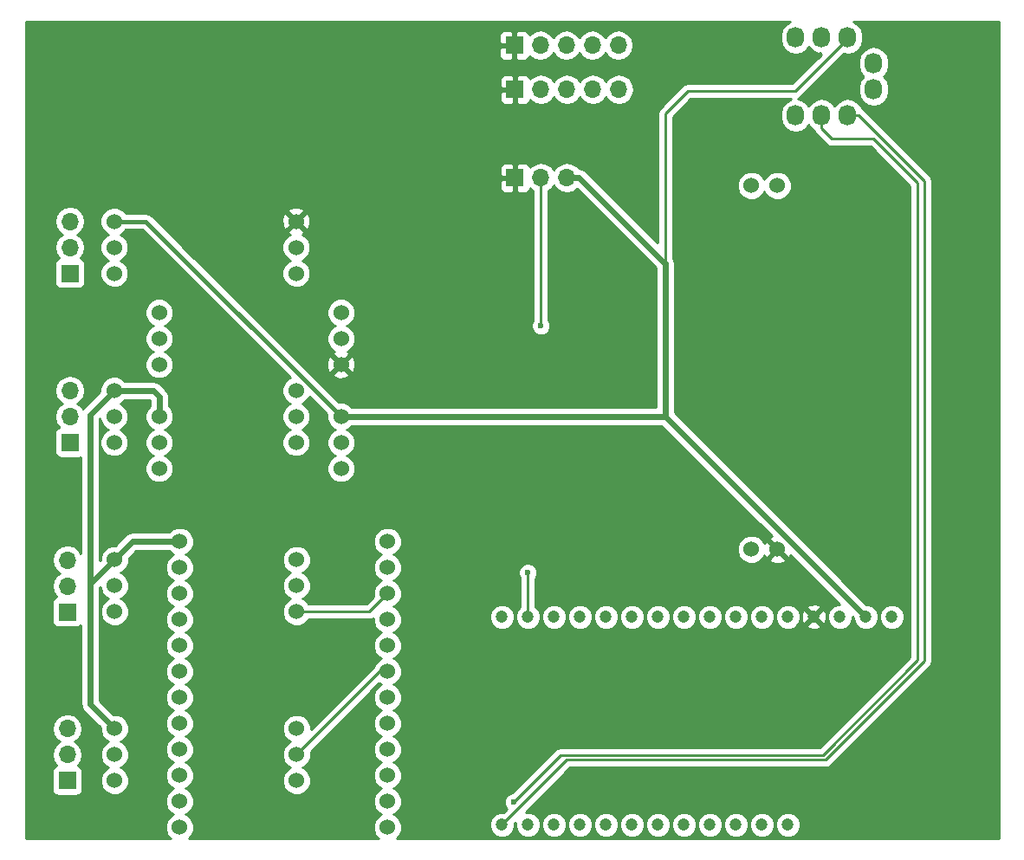
<source format=gbr>
G04 #@! TF.FileFunction,Copper,L2,Bot,Signal*
%FSLAX46Y46*%
G04 Gerber Fmt 4.6, Leading zero omitted, Abs format (unit mm)*
G04 Created by KiCad (PCBNEW 4.0.5) date 03/23/17 16:30:41*
%MOMM*%
%LPD*%
G01*
G04 APERTURE LIST*
%ADD10C,0.100000*%
%ADD11C,1.524000*%
%ADD12C,1.200000*%
%ADD13R,1.700000X1.700000*%
%ADD14O,1.700000X1.700000*%
%ADD15O,1.727200X2.032000*%
%ADD16C,0.600000*%
%ADD17C,0.381000*%
%ADD18C,0.250000*%
%ADD19C,0.587000*%
%ADD20C,0.254000*%
G04 APERTURE END LIST*
D10*
D11*
X189000000Y-105380000D03*
X189000000Y-102840000D03*
X189000000Y-100300000D03*
X189000000Y-110460000D03*
X189000000Y-113000000D03*
X189000000Y-115540000D03*
X171220000Y-100300000D03*
X171220000Y-102840000D03*
X171220000Y-105380000D03*
X171220000Y-110460000D03*
X171220000Y-113000000D03*
X171220000Y-115540000D03*
X184620000Y-113000000D03*
X184620000Y-110460000D03*
X184620000Y-107920000D03*
X166840000Y-113000000D03*
X166840000Y-110460000D03*
X166840000Y-107920000D03*
X184658000Y-129540000D03*
X184658000Y-127000000D03*
X184658000Y-124460000D03*
X166878000Y-129540000D03*
X166878000Y-127000000D03*
X166878000Y-124460000D03*
X184658000Y-146050000D03*
X184658000Y-143510000D03*
X184658000Y-140970000D03*
X166878000Y-146050000D03*
X166878000Y-143510000D03*
X166878000Y-140970000D03*
X184620000Y-96460000D03*
X184620000Y-93920000D03*
X184620000Y-91380000D03*
X166840000Y-96460000D03*
X166840000Y-93920000D03*
X166840000Y-91380000D03*
D12*
X242824000Y-130048000D03*
X240284000Y-130048000D03*
X237744000Y-130048000D03*
X235204000Y-130048000D03*
X232664000Y-150368000D03*
X232664000Y-130048000D03*
X230124000Y-150368000D03*
X230124000Y-130048000D03*
X227584000Y-150368000D03*
X227584000Y-130048000D03*
X225044000Y-150368000D03*
X225044000Y-130048000D03*
X222504000Y-150368000D03*
X222504000Y-130048000D03*
X219964000Y-150368000D03*
X219964000Y-130048000D03*
X217424000Y-150368000D03*
X217424000Y-130048000D03*
X214884000Y-150368000D03*
X214884000Y-130048000D03*
X212344000Y-150368000D03*
X212344000Y-130048000D03*
X209804000Y-150368000D03*
X209804000Y-130048000D03*
X207264000Y-150368000D03*
X207264000Y-130048000D03*
X204724000Y-150368000D03*
X204724000Y-130048000D03*
D11*
X229108000Y-87884000D03*
X231648000Y-87884000D03*
X231648000Y-123444000D03*
X229108000Y-123444000D03*
D13*
X205994000Y-78486000D03*
D14*
X208534000Y-78486000D03*
X211074000Y-78486000D03*
X213614000Y-78486000D03*
X216154000Y-78486000D03*
D13*
X205935915Y-74177492D03*
D14*
X208475915Y-74177492D03*
X211015915Y-74177492D03*
X213555915Y-74177492D03*
X216095915Y-74177492D03*
D13*
X205994000Y-87122000D03*
D14*
X208534000Y-87122000D03*
X211074000Y-87122000D03*
D15*
X238506000Y-81026000D03*
X235966000Y-81026000D03*
X233426000Y-81026000D03*
X241046000Y-78486000D03*
X241046000Y-75946000D03*
X238506000Y-73406000D03*
X235966000Y-73406000D03*
X233426000Y-73406000D03*
D13*
X162500000Y-113000000D03*
D14*
X162500000Y-110460000D03*
X162500000Y-107920000D03*
D13*
X162246000Y-129570000D03*
D14*
X162246000Y-127030000D03*
X162246000Y-124490000D03*
D13*
X162246000Y-146050000D03*
D14*
X162246000Y-143510000D03*
X162246000Y-140970000D03*
D13*
X162500000Y-96460000D03*
D14*
X162500000Y-93920000D03*
X162500000Y-91380000D03*
D11*
X173228000Y-122682000D03*
X173228000Y-125222000D03*
X173228000Y-127762000D03*
X173228000Y-130302000D03*
X173228000Y-132842000D03*
X173228000Y-135382000D03*
X173228000Y-137922000D03*
X173228000Y-140462000D03*
X173228000Y-143002000D03*
X173228000Y-145542000D03*
X173228000Y-148082000D03*
X193548000Y-148082000D03*
X193548000Y-145542000D03*
X193548000Y-143002000D03*
X193548000Y-140462000D03*
X193548000Y-137922000D03*
X193548000Y-135382000D03*
X193548000Y-122682000D03*
X193548000Y-125222000D03*
X193548000Y-127762000D03*
X193548000Y-130302000D03*
X193548000Y-132842000D03*
X173228000Y-150622000D03*
X193548000Y-150622000D03*
D16*
X160020000Y-75946000D03*
X160020000Y-80518000D03*
X207264000Y-125730000D03*
X205867000Y-148145500D03*
X208534000Y-101600000D03*
D17*
X167000000Y-110620000D02*
X166840000Y-110460000D01*
D18*
X207264000Y-130048000D02*
X207264000Y-125730000D01*
D19*
X166840000Y-124460000D02*
X168618000Y-122682000D01*
X168618000Y-122682000D02*
X173228000Y-122682000D01*
X164500000Y-137922000D02*
X164500000Y-128500000D01*
X166878000Y-140970000D02*
X164500000Y-138592000D01*
X164500000Y-138592000D02*
X164500000Y-137922000D01*
X171220000Y-108482000D02*
X170658000Y-107920000D01*
X170658000Y-107920000D02*
X166840000Y-107920000D01*
X171220000Y-110460000D02*
X171220000Y-108482000D01*
X164500000Y-128500000D02*
X164500000Y-110260000D01*
X164500000Y-110260000D02*
X166840000Y-107920000D01*
X166840000Y-124460000D02*
X164500000Y-126800000D01*
X164500000Y-126800000D02*
X164500000Y-128500000D01*
D18*
X171220000Y-115540000D02*
X170960000Y-115540000D01*
X184658000Y-143510000D02*
X192786000Y-135382000D01*
X192786000Y-135382000D02*
X193548000Y-135382000D01*
X184658000Y-129540000D02*
X191770000Y-129540000D01*
X191770000Y-129540000D02*
X193548000Y-127762000D01*
D17*
X189000000Y-110460000D02*
X169920000Y-91380000D01*
X169920000Y-91380000D02*
X166840000Y-91380000D01*
D18*
X238506000Y-73406000D02*
X238506000Y-73558400D01*
X238506000Y-73558400D02*
X233387900Y-78676500D01*
X233387900Y-78676500D02*
X222885000Y-78676500D01*
X222885000Y-78676500D02*
X220696000Y-80865500D01*
X220696000Y-80865500D02*
X220696000Y-95466081D01*
X220696000Y-95466081D02*
X220658081Y-95504000D01*
D19*
X220696000Y-110460000D02*
X220696000Y-95504000D01*
X212276081Y-87122000D02*
X220658081Y-95504000D01*
X211074000Y-87122000D02*
X212276081Y-87122000D01*
X220658081Y-95504000D02*
X220696000Y-95504000D01*
X189000000Y-110460000D02*
X220696000Y-110460000D01*
X220696000Y-110460000D02*
X240284000Y-130048000D01*
D18*
X235966000Y-81026000D02*
X235966000Y-82292000D01*
X235966000Y-82292000D02*
X236986000Y-83312000D01*
X236986000Y-83312000D02*
X241046000Y-83312000D01*
X241046000Y-83312000D02*
X245364000Y-87630000D01*
X245364000Y-87630000D02*
X245364000Y-134302500D01*
X245364000Y-134302500D02*
X236093000Y-143573500D01*
X236093000Y-143573500D02*
X210439000Y-143573500D01*
X210439000Y-143573500D02*
X205867000Y-148145500D01*
X238506000Y-81026000D02*
X239619600Y-81026000D01*
X239619600Y-81026000D02*
X245999000Y-87405400D01*
X245999000Y-87405400D02*
X245999000Y-134366000D01*
X245999000Y-134366000D02*
X236341489Y-144023511D01*
X236341489Y-144023511D02*
X211068489Y-144023511D01*
X211068489Y-144023511D02*
X204724000Y-150368000D01*
X208534000Y-101600000D02*
X208534000Y-87122000D01*
D20*
G36*
X232852511Y-71836729D02*
X232366330Y-72161585D01*
X232041474Y-72647766D01*
X231927400Y-73221255D01*
X231927400Y-73590745D01*
X232041474Y-74164234D01*
X232366330Y-74650415D01*
X232852511Y-74975271D01*
X233426000Y-75089345D01*
X233999489Y-74975271D01*
X234485670Y-74650415D01*
X234692461Y-74340931D01*
X235063964Y-74756732D01*
X235591209Y-75010709D01*
X235606974Y-75013358D01*
X235838998Y-74892218D01*
X235838998Y-75057000D01*
X235932598Y-75057000D01*
X233073098Y-77916500D01*
X222885000Y-77916500D01*
X222594161Y-77974352D01*
X222594159Y-77974353D01*
X222594160Y-77974353D01*
X222347599Y-78139099D01*
X220158599Y-80328099D01*
X219993852Y-80574661D01*
X219936000Y-80865500D01*
X219936000Y-93468821D01*
X212932630Y-86465451D01*
X212777804Y-86362000D01*
X212631403Y-86264178D01*
X212572450Y-86252452D01*
X212276081Y-86193499D01*
X212276076Y-86193500D01*
X212224713Y-86193500D01*
X212124054Y-86042853D01*
X211642285Y-85720946D01*
X211074000Y-85607907D01*
X210505715Y-85720946D01*
X210023946Y-86042853D01*
X209804000Y-86372026D01*
X209584054Y-86042853D01*
X209102285Y-85720946D01*
X208534000Y-85607907D01*
X207965715Y-85720946D01*
X207483946Y-86042853D01*
X207454597Y-86086777D01*
X207382327Y-85912302D01*
X207203699Y-85733673D01*
X206970310Y-85637000D01*
X206279750Y-85637000D01*
X206121000Y-85795750D01*
X206121000Y-86995000D01*
X206141000Y-86995000D01*
X206141000Y-87249000D01*
X206121000Y-87249000D01*
X206121000Y-88448250D01*
X206279750Y-88607000D01*
X206970310Y-88607000D01*
X207203699Y-88510327D01*
X207382327Y-88331698D01*
X207454597Y-88157223D01*
X207483946Y-88201147D01*
X207774000Y-88394954D01*
X207774000Y-101037537D01*
X207741808Y-101069673D01*
X207599162Y-101413201D01*
X207598838Y-101785167D01*
X207740883Y-102128943D01*
X208003673Y-102392192D01*
X208347201Y-102534838D01*
X208719167Y-102535162D01*
X209062943Y-102393117D01*
X209326192Y-102130327D01*
X209468838Y-101786799D01*
X209469162Y-101414833D01*
X209327117Y-101071057D01*
X209294000Y-101037882D01*
X209294000Y-88394954D01*
X209584054Y-88201147D01*
X209804000Y-87871974D01*
X210023946Y-88201147D01*
X210505715Y-88523054D01*
X211074000Y-88636093D01*
X211642285Y-88523054D01*
X212074944Y-88233961D01*
X219767500Y-95926517D01*
X219767500Y-109531500D01*
X190047054Y-109531500D01*
X189792370Y-109276371D01*
X189279100Y-109063243D01*
X188770232Y-109062799D01*
X186067647Y-106360213D01*
X188199392Y-106360213D01*
X188268857Y-106602397D01*
X188792302Y-106789144D01*
X189347368Y-106761362D01*
X189731143Y-106602397D01*
X189800608Y-106360213D01*
X189000000Y-105559605D01*
X188199392Y-106360213D01*
X186067647Y-106360213D01*
X184879736Y-105172302D01*
X187590856Y-105172302D01*
X187618638Y-105727368D01*
X187777603Y-106111143D01*
X188019787Y-106180608D01*
X188820395Y-105380000D01*
X189179605Y-105380000D01*
X189980213Y-106180608D01*
X190222397Y-106111143D01*
X190409144Y-105587698D01*
X190381362Y-105032632D01*
X190222397Y-104648857D01*
X189980213Y-104579392D01*
X189179605Y-105380000D01*
X188820395Y-105380000D01*
X188019787Y-104579392D01*
X187777603Y-104648857D01*
X187590856Y-105172302D01*
X184879736Y-105172302D01*
X180284095Y-100576661D01*
X187602758Y-100576661D01*
X187814990Y-101090303D01*
X188207630Y-101483629D01*
X188415512Y-101569949D01*
X188209697Y-101654990D01*
X187816371Y-102047630D01*
X187603243Y-102560900D01*
X187602758Y-103116661D01*
X187814990Y-103630303D01*
X188207630Y-104023629D01*
X188399727Y-104103395D01*
X188268857Y-104157603D01*
X188199392Y-104399787D01*
X189000000Y-105200395D01*
X189800608Y-104399787D01*
X189731143Y-104157603D01*
X189590682Y-104107491D01*
X189790303Y-104025010D01*
X190183629Y-103632370D01*
X190396757Y-103119100D01*
X190397242Y-102563339D01*
X190185010Y-102049697D01*
X189792370Y-101656371D01*
X189584488Y-101570051D01*
X189790303Y-101485010D01*
X190183629Y-101092370D01*
X190396757Y-100579100D01*
X190397242Y-100023339D01*
X190185010Y-99509697D01*
X189792370Y-99116371D01*
X189279100Y-98903243D01*
X188723339Y-98902758D01*
X188209697Y-99114990D01*
X187816371Y-99507630D01*
X187603243Y-100020900D01*
X187602758Y-100576661D01*
X180284095Y-100576661D01*
X173904095Y-94196661D01*
X183222758Y-94196661D01*
X183434990Y-94710303D01*
X183827630Y-95103629D01*
X184035512Y-95189949D01*
X183829697Y-95274990D01*
X183436371Y-95667630D01*
X183223243Y-96180900D01*
X183222758Y-96736661D01*
X183434990Y-97250303D01*
X183827630Y-97643629D01*
X184340900Y-97856757D01*
X184896661Y-97857242D01*
X185410303Y-97645010D01*
X185803629Y-97252370D01*
X186016757Y-96739100D01*
X186017242Y-96183339D01*
X185805010Y-95669697D01*
X185412370Y-95276371D01*
X185204488Y-95190051D01*
X185410303Y-95105010D01*
X185803629Y-94712370D01*
X186016757Y-94199100D01*
X186017242Y-93643339D01*
X185805010Y-93129697D01*
X185412370Y-92736371D01*
X185220273Y-92656605D01*
X185351143Y-92602397D01*
X185420608Y-92360213D01*
X184620000Y-91559605D01*
X183819392Y-92360213D01*
X183888857Y-92602397D01*
X184029318Y-92652509D01*
X183829697Y-92734990D01*
X183436371Y-93127630D01*
X183223243Y-93640900D01*
X183222758Y-94196661D01*
X173904095Y-94196661D01*
X170879736Y-91172302D01*
X183210856Y-91172302D01*
X183238638Y-91727368D01*
X183397603Y-92111143D01*
X183639787Y-92180608D01*
X184440395Y-91380000D01*
X184799605Y-91380000D01*
X185600213Y-92180608D01*
X185842397Y-92111143D01*
X186029144Y-91587698D01*
X186001362Y-91032632D01*
X185842397Y-90648857D01*
X185600213Y-90579392D01*
X184799605Y-91380000D01*
X184440395Y-91380000D01*
X183639787Y-90579392D01*
X183397603Y-90648857D01*
X183210856Y-91172302D01*
X170879736Y-91172302D01*
X170503717Y-90796283D01*
X170235906Y-90617337D01*
X169920000Y-90554500D01*
X167989874Y-90554500D01*
X167835432Y-90399787D01*
X183819392Y-90399787D01*
X184620000Y-91200395D01*
X185420608Y-90399787D01*
X185351143Y-90157603D01*
X184827698Y-89970856D01*
X184272632Y-89998638D01*
X183888857Y-90157603D01*
X183819392Y-90399787D01*
X167835432Y-90399787D01*
X167632370Y-90196371D01*
X167119100Y-89983243D01*
X166563339Y-89982758D01*
X166049697Y-90194990D01*
X165656371Y-90587630D01*
X165443243Y-91100900D01*
X165442758Y-91656661D01*
X165654990Y-92170303D01*
X166047630Y-92563629D01*
X166255512Y-92649949D01*
X166049697Y-92734990D01*
X165656371Y-93127630D01*
X165443243Y-93640900D01*
X165442758Y-94196661D01*
X165654990Y-94710303D01*
X166047630Y-95103629D01*
X166255512Y-95189949D01*
X166049697Y-95274990D01*
X165656371Y-95667630D01*
X165443243Y-96180900D01*
X165442758Y-96736661D01*
X165654990Y-97250303D01*
X166047630Y-97643629D01*
X166560900Y-97856757D01*
X167116661Y-97857242D01*
X167630303Y-97645010D01*
X168023629Y-97252370D01*
X168236757Y-96739100D01*
X168237242Y-96183339D01*
X168025010Y-95669697D01*
X167632370Y-95276371D01*
X167424488Y-95190051D01*
X167630303Y-95105010D01*
X168023629Y-94712370D01*
X168236757Y-94199100D01*
X168237242Y-93643339D01*
X168025010Y-93129697D01*
X167632370Y-92736371D01*
X167424488Y-92650051D01*
X167630303Y-92565010D01*
X167990441Y-92205500D01*
X169578066Y-92205500D01*
X184026316Y-106653749D01*
X183829697Y-106734990D01*
X183436371Y-107127630D01*
X183223243Y-107640900D01*
X183222758Y-108196661D01*
X183434990Y-108710303D01*
X183827630Y-109103629D01*
X184035512Y-109189949D01*
X183829697Y-109274990D01*
X183436371Y-109667630D01*
X183223243Y-110180900D01*
X183222758Y-110736661D01*
X183434990Y-111250303D01*
X183827630Y-111643629D01*
X184035512Y-111729949D01*
X183829697Y-111814990D01*
X183436371Y-112207630D01*
X183223243Y-112720900D01*
X183222758Y-113276661D01*
X183434990Y-113790303D01*
X183827630Y-114183629D01*
X184340900Y-114396757D01*
X184896661Y-114397242D01*
X185410303Y-114185010D01*
X185803629Y-113792370D01*
X186016757Y-113279100D01*
X186017242Y-112723339D01*
X185805010Y-112209697D01*
X185412370Y-111816371D01*
X185204488Y-111730051D01*
X185410303Y-111645010D01*
X185803629Y-111252370D01*
X186016757Y-110739100D01*
X186017242Y-110183339D01*
X185805010Y-109669697D01*
X185412370Y-109276371D01*
X185204488Y-109190051D01*
X185410303Y-109105010D01*
X185803629Y-108712370D01*
X185886166Y-108513599D01*
X187603200Y-110230633D01*
X187602758Y-110736661D01*
X187814990Y-111250303D01*
X188207630Y-111643629D01*
X188415512Y-111729949D01*
X188209697Y-111814990D01*
X187816371Y-112207630D01*
X187603243Y-112720900D01*
X187602758Y-113276661D01*
X187814990Y-113790303D01*
X188207630Y-114183629D01*
X188415512Y-114269949D01*
X188209697Y-114354990D01*
X187816371Y-114747630D01*
X187603243Y-115260900D01*
X187602758Y-115816661D01*
X187814990Y-116330303D01*
X188207630Y-116723629D01*
X188720900Y-116936757D01*
X189276661Y-116937242D01*
X189790303Y-116725010D01*
X190183629Y-116332370D01*
X190396757Y-115819100D01*
X190397242Y-115263339D01*
X190185010Y-114749697D01*
X189792370Y-114356371D01*
X189584488Y-114270051D01*
X189790303Y-114185010D01*
X190183629Y-113792370D01*
X190396757Y-113279100D01*
X190397242Y-112723339D01*
X190185010Y-112209697D01*
X189792370Y-111816371D01*
X189584488Y-111730051D01*
X189790303Y-111645010D01*
X190047261Y-111388500D01*
X220311402Y-111388500D01*
X231077829Y-122154926D01*
X230916857Y-122221603D01*
X230847392Y-122463787D01*
X231648000Y-123264395D01*
X231662143Y-123250253D01*
X231841748Y-123429858D01*
X231827605Y-123444000D01*
X232628213Y-124244608D01*
X232870397Y-124175143D01*
X232930258Y-124007355D01*
X237735895Y-128812992D01*
X237499421Y-128812786D01*
X237045343Y-129000408D01*
X236697629Y-129347515D01*
X236509215Y-129801266D01*
X236508786Y-130292579D01*
X236696408Y-130746657D01*
X237043515Y-131094371D01*
X237497266Y-131282785D01*
X237988579Y-131283214D01*
X238442657Y-131095592D01*
X238790371Y-130748485D01*
X238978785Y-130294734D01*
X238978993Y-130056090D01*
X239048931Y-130126028D01*
X239048786Y-130292579D01*
X239236408Y-130746657D01*
X239583515Y-131094371D01*
X240037266Y-131282785D01*
X240528579Y-131283214D01*
X240982657Y-131095592D01*
X241330371Y-130748485D01*
X241518785Y-130294734D01*
X241518786Y-130292579D01*
X241588786Y-130292579D01*
X241776408Y-130746657D01*
X242123515Y-131094371D01*
X242577266Y-131282785D01*
X243068579Y-131283214D01*
X243522657Y-131095592D01*
X243870371Y-130748485D01*
X244058785Y-130294734D01*
X244059214Y-129803421D01*
X243871592Y-129349343D01*
X243524485Y-129001629D01*
X243070734Y-128813215D01*
X242579421Y-128812786D01*
X242125343Y-129000408D01*
X241777629Y-129347515D01*
X241589215Y-129801266D01*
X241588786Y-130292579D01*
X241518786Y-130292579D01*
X241519214Y-129803421D01*
X241331592Y-129349343D01*
X240984485Y-129001629D01*
X240530734Y-128813215D01*
X240362165Y-128813068D01*
X221624500Y-110075402D01*
X221624500Y-95504000D01*
X221553822Y-95148678D01*
X221456000Y-95002277D01*
X221456000Y-88160661D01*
X227710758Y-88160661D01*
X227922990Y-88674303D01*
X228315630Y-89067629D01*
X228828900Y-89280757D01*
X229384661Y-89281242D01*
X229898303Y-89069010D01*
X230291629Y-88676370D01*
X230377949Y-88468488D01*
X230462990Y-88674303D01*
X230855630Y-89067629D01*
X231368900Y-89280757D01*
X231924661Y-89281242D01*
X232438303Y-89069010D01*
X232831629Y-88676370D01*
X233044757Y-88163100D01*
X233045242Y-87607339D01*
X232833010Y-87093697D01*
X232440370Y-86700371D01*
X231927100Y-86487243D01*
X231371339Y-86486758D01*
X230857697Y-86698990D01*
X230464371Y-87091630D01*
X230378051Y-87299512D01*
X230293010Y-87093697D01*
X229900370Y-86700371D01*
X229387100Y-86487243D01*
X228831339Y-86486758D01*
X228317697Y-86698990D01*
X227924371Y-87091630D01*
X227711243Y-87604900D01*
X227710758Y-88160661D01*
X221456000Y-88160661D01*
X221456000Y-81180302D01*
X223199802Y-79436500D01*
X232954209Y-79436500D01*
X232852511Y-79456729D01*
X232366330Y-79781585D01*
X232041474Y-80267766D01*
X231927400Y-80841255D01*
X231927400Y-81210745D01*
X232041474Y-81784234D01*
X232366330Y-82270415D01*
X232852511Y-82595271D01*
X233426000Y-82709345D01*
X233999489Y-82595271D01*
X234485670Y-82270415D01*
X234696000Y-81955634D01*
X234906330Y-82270415D01*
X235246983Y-82498032D01*
X235263852Y-82582839D01*
X235428599Y-82829401D01*
X236448599Y-83849401D01*
X236695161Y-84014148D01*
X236986000Y-84072000D01*
X240731198Y-84072000D01*
X244604000Y-87944802D01*
X244604000Y-133987698D01*
X235778198Y-142813500D01*
X210439000Y-142813500D01*
X210196414Y-142861754D01*
X210148160Y-142871352D01*
X209901599Y-143036099D01*
X205727320Y-147210378D01*
X205681833Y-147210338D01*
X205338057Y-147352383D01*
X205074808Y-147615173D01*
X204932162Y-147958701D01*
X204931838Y-148330667D01*
X205073883Y-148674443D01*
X205208202Y-148808996D01*
X204884059Y-149133139D01*
X204479421Y-149132786D01*
X204025343Y-149320408D01*
X203677629Y-149667515D01*
X203489215Y-150121266D01*
X203488786Y-150612579D01*
X203676408Y-151066657D01*
X204023515Y-151414371D01*
X204477266Y-151602785D01*
X204968579Y-151603214D01*
X205422657Y-151415592D01*
X205770371Y-151068485D01*
X205958785Y-150614734D01*
X205959140Y-150207662D01*
X206029201Y-150137601D01*
X206028786Y-150612579D01*
X206216408Y-151066657D01*
X206563515Y-151414371D01*
X207017266Y-151602785D01*
X207508579Y-151603214D01*
X207962657Y-151415592D01*
X208310371Y-151068485D01*
X208498785Y-150614734D01*
X208498786Y-150612579D01*
X208568786Y-150612579D01*
X208756408Y-151066657D01*
X209103515Y-151414371D01*
X209557266Y-151602785D01*
X210048579Y-151603214D01*
X210502657Y-151415592D01*
X210850371Y-151068485D01*
X211038785Y-150614734D01*
X211038786Y-150612579D01*
X211108786Y-150612579D01*
X211296408Y-151066657D01*
X211643515Y-151414371D01*
X212097266Y-151602785D01*
X212588579Y-151603214D01*
X213042657Y-151415592D01*
X213390371Y-151068485D01*
X213578785Y-150614734D01*
X213578786Y-150612579D01*
X213648786Y-150612579D01*
X213836408Y-151066657D01*
X214183515Y-151414371D01*
X214637266Y-151602785D01*
X215128579Y-151603214D01*
X215582657Y-151415592D01*
X215930371Y-151068485D01*
X216118785Y-150614734D01*
X216118786Y-150612579D01*
X216188786Y-150612579D01*
X216376408Y-151066657D01*
X216723515Y-151414371D01*
X217177266Y-151602785D01*
X217668579Y-151603214D01*
X218122657Y-151415592D01*
X218470371Y-151068485D01*
X218658785Y-150614734D01*
X218658786Y-150612579D01*
X218728786Y-150612579D01*
X218916408Y-151066657D01*
X219263515Y-151414371D01*
X219717266Y-151602785D01*
X220208579Y-151603214D01*
X220662657Y-151415592D01*
X221010371Y-151068485D01*
X221198785Y-150614734D01*
X221198786Y-150612579D01*
X221268786Y-150612579D01*
X221456408Y-151066657D01*
X221803515Y-151414371D01*
X222257266Y-151602785D01*
X222748579Y-151603214D01*
X223202657Y-151415592D01*
X223550371Y-151068485D01*
X223738785Y-150614734D01*
X223738786Y-150612579D01*
X223808786Y-150612579D01*
X223996408Y-151066657D01*
X224343515Y-151414371D01*
X224797266Y-151602785D01*
X225288579Y-151603214D01*
X225742657Y-151415592D01*
X226090371Y-151068485D01*
X226278785Y-150614734D01*
X226278786Y-150612579D01*
X226348786Y-150612579D01*
X226536408Y-151066657D01*
X226883515Y-151414371D01*
X227337266Y-151602785D01*
X227828579Y-151603214D01*
X228282657Y-151415592D01*
X228630371Y-151068485D01*
X228818785Y-150614734D01*
X228818786Y-150612579D01*
X228888786Y-150612579D01*
X229076408Y-151066657D01*
X229423515Y-151414371D01*
X229877266Y-151602785D01*
X230368579Y-151603214D01*
X230822657Y-151415592D01*
X231170371Y-151068485D01*
X231358785Y-150614734D01*
X231358786Y-150612579D01*
X231428786Y-150612579D01*
X231616408Y-151066657D01*
X231963515Y-151414371D01*
X232417266Y-151602785D01*
X232908579Y-151603214D01*
X233362657Y-151415592D01*
X233710371Y-151068485D01*
X233898785Y-150614734D01*
X233899214Y-150123421D01*
X233711592Y-149669343D01*
X233364485Y-149321629D01*
X232910734Y-149133215D01*
X232419421Y-149132786D01*
X231965343Y-149320408D01*
X231617629Y-149667515D01*
X231429215Y-150121266D01*
X231428786Y-150612579D01*
X231358786Y-150612579D01*
X231359214Y-150123421D01*
X231171592Y-149669343D01*
X230824485Y-149321629D01*
X230370734Y-149133215D01*
X229879421Y-149132786D01*
X229425343Y-149320408D01*
X229077629Y-149667515D01*
X228889215Y-150121266D01*
X228888786Y-150612579D01*
X228818786Y-150612579D01*
X228819214Y-150123421D01*
X228631592Y-149669343D01*
X228284485Y-149321629D01*
X227830734Y-149133215D01*
X227339421Y-149132786D01*
X226885343Y-149320408D01*
X226537629Y-149667515D01*
X226349215Y-150121266D01*
X226348786Y-150612579D01*
X226278786Y-150612579D01*
X226279214Y-150123421D01*
X226091592Y-149669343D01*
X225744485Y-149321629D01*
X225290734Y-149133215D01*
X224799421Y-149132786D01*
X224345343Y-149320408D01*
X223997629Y-149667515D01*
X223809215Y-150121266D01*
X223808786Y-150612579D01*
X223738786Y-150612579D01*
X223739214Y-150123421D01*
X223551592Y-149669343D01*
X223204485Y-149321629D01*
X222750734Y-149133215D01*
X222259421Y-149132786D01*
X221805343Y-149320408D01*
X221457629Y-149667515D01*
X221269215Y-150121266D01*
X221268786Y-150612579D01*
X221198786Y-150612579D01*
X221199214Y-150123421D01*
X221011592Y-149669343D01*
X220664485Y-149321629D01*
X220210734Y-149133215D01*
X219719421Y-149132786D01*
X219265343Y-149320408D01*
X218917629Y-149667515D01*
X218729215Y-150121266D01*
X218728786Y-150612579D01*
X218658786Y-150612579D01*
X218659214Y-150123421D01*
X218471592Y-149669343D01*
X218124485Y-149321629D01*
X217670734Y-149133215D01*
X217179421Y-149132786D01*
X216725343Y-149320408D01*
X216377629Y-149667515D01*
X216189215Y-150121266D01*
X216188786Y-150612579D01*
X216118786Y-150612579D01*
X216119214Y-150123421D01*
X215931592Y-149669343D01*
X215584485Y-149321629D01*
X215130734Y-149133215D01*
X214639421Y-149132786D01*
X214185343Y-149320408D01*
X213837629Y-149667515D01*
X213649215Y-150121266D01*
X213648786Y-150612579D01*
X213578786Y-150612579D01*
X213579214Y-150123421D01*
X213391592Y-149669343D01*
X213044485Y-149321629D01*
X212590734Y-149133215D01*
X212099421Y-149132786D01*
X211645343Y-149320408D01*
X211297629Y-149667515D01*
X211109215Y-150121266D01*
X211108786Y-150612579D01*
X211038786Y-150612579D01*
X211039214Y-150123421D01*
X210851592Y-149669343D01*
X210504485Y-149321629D01*
X210050734Y-149133215D01*
X209559421Y-149132786D01*
X209105343Y-149320408D01*
X208757629Y-149667515D01*
X208569215Y-150121266D01*
X208568786Y-150612579D01*
X208498786Y-150612579D01*
X208499214Y-150123421D01*
X208311592Y-149669343D01*
X207964485Y-149321629D01*
X207510734Y-149133215D01*
X207034003Y-149132799D01*
X211383291Y-144783511D01*
X236341489Y-144783511D01*
X236632328Y-144725659D01*
X236878890Y-144560912D01*
X246536401Y-134903401D01*
X246701148Y-134656839D01*
X246759000Y-134366000D01*
X246759000Y-87405400D01*
X246701148Y-87114561D01*
X246536401Y-86867999D01*
X240157001Y-80488599D01*
X239910439Y-80323852D01*
X239901321Y-80322038D01*
X239890526Y-80267766D01*
X239565670Y-79781585D01*
X239079489Y-79456729D01*
X238506000Y-79342655D01*
X237932511Y-79456729D01*
X237446330Y-79781585D01*
X237236000Y-80096366D01*
X237025670Y-79781585D01*
X236539489Y-79456729D01*
X235966000Y-79342655D01*
X235392511Y-79456729D01*
X234906330Y-79781585D01*
X234696000Y-80096366D01*
X234485670Y-79781585D01*
X233999489Y-79456729D01*
X233642844Y-79385788D01*
X233678739Y-79378648D01*
X233925301Y-79213901D01*
X237377947Y-75761255D01*
X239547400Y-75761255D01*
X239547400Y-76130745D01*
X239661474Y-76704234D01*
X239986330Y-77190415D01*
X240024621Y-77216000D01*
X239986330Y-77241585D01*
X239661474Y-77727766D01*
X239547400Y-78301255D01*
X239547400Y-78670745D01*
X239661474Y-79244234D01*
X239986330Y-79730415D01*
X240472511Y-80055271D01*
X241046000Y-80169345D01*
X241619489Y-80055271D01*
X242105670Y-79730415D01*
X242430526Y-79244234D01*
X242544600Y-78670745D01*
X242544600Y-78301255D01*
X242430526Y-77727766D01*
X242105670Y-77241585D01*
X242067379Y-77216000D01*
X242105670Y-77190415D01*
X242430526Y-76704234D01*
X242544600Y-76130745D01*
X242544600Y-75761255D01*
X242430526Y-75187766D01*
X242105670Y-74701585D01*
X241619489Y-74376729D01*
X241046000Y-74262655D01*
X240472511Y-74376729D01*
X239986330Y-74701585D01*
X239661474Y-75187766D01*
X239547400Y-75761255D01*
X237377947Y-75761255D01*
X238125536Y-75013666D01*
X238506000Y-75089345D01*
X239079489Y-74975271D01*
X239565670Y-74650415D01*
X239890526Y-74164234D01*
X240004600Y-73590745D01*
X240004600Y-73221255D01*
X239890526Y-72647766D01*
X239565670Y-72161585D01*
X239079489Y-71836729D01*
X239045660Y-71830000D01*
X253290000Y-71830000D01*
X253290000Y-151690000D01*
X194455517Y-151690000D01*
X194731629Y-151414370D01*
X194944757Y-150901100D01*
X194945242Y-150345339D01*
X194733010Y-149831697D01*
X194340370Y-149438371D01*
X194132488Y-149352051D01*
X194338303Y-149267010D01*
X194731629Y-148874370D01*
X194944757Y-148361100D01*
X194945242Y-147805339D01*
X194733010Y-147291697D01*
X194340370Y-146898371D01*
X194132488Y-146812051D01*
X194338303Y-146727010D01*
X194731629Y-146334370D01*
X194944757Y-145821100D01*
X194945242Y-145265339D01*
X194733010Y-144751697D01*
X194340370Y-144358371D01*
X194132488Y-144272051D01*
X194338303Y-144187010D01*
X194731629Y-143794370D01*
X194944757Y-143281100D01*
X194945242Y-142725339D01*
X194733010Y-142211697D01*
X194340370Y-141818371D01*
X194132488Y-141732051D01*
X194338303Y-141647010D01*
X194731629Y-141254370D01*
X194944757Y-140741100D01*
X194945242Y-140185339D01*
X194733010Y-139671697D01*
X194340370Y-139278371D01*
X194132488Y-139192051D01*
X194338303Y-139107010D01*
X194731629Y-138714370D01*
X194944757Y-138201100D01*
X194945242Y-137645339D01*
X194733010Y-137131697D01*
X194340370Y-136738371D01*
X194132488Y-136652051D01*
X194338303Y-136567010D01*
X194731629Y-136174370D01*
X194944757Y-135661100D01*
X194945242Y-135105339D01*
X194733010Y-134591697D01*
X194340370Y-134198371D01*
X194132488Y-134112051D01*
X194338303Y-134027010D01*
X194731629Y-133634370D01*
X194944757Y-133121100D01*
X194945242Y-132565339D01*
X194733010Y-132051697D01*
X194340370Y-131658371D01*
X194132488Y-131572051D01*
X194338303Y-131487010D01*
X194731629Y-131094370D01*
X194944757Y-130581100D01*
X194945008Y-130292579D01*
X203488786Y-130292579D01*
X203676408Y-130746657D01*
X204023515Y-131094371D01*
X204477266Y-131282785D01*
X204968579Y-131283214D01*
X205422657Y-131095592D01*
X205770371Y-130748485D01*
X205958785Y-130294734D01*
X205958786Y-130292579D01*
X206028786Y-130292579D01*
X206216408Y-130746657D01*
X206563515Y-131094371D01*
X207017266Y-131282785D01*
X207508579Y-131283214D01*
X207962657Y-131095592D01*
X208310371Y-130748485D01*
X208498785Y-130294734D01*
X208498786Y-130292579D01*
X208568786Y-130292579D01*
X208756408Y-130746657D01*
X209103515Y-131094371D01*
X209557266Y-131282785D01*
X210048579Y-131283214D01*
X210502657Y-131095592D01*
X210850371Y-130748485D01*
X211038785Y-130294734D01*
X211038786Y-130292579D01*
X211108786Y-130292579D01*
X211296408Y-130746657D01*
X211643515Y-131094371D01*
X212097266Y-131282785D01*
X212588579Y-131283214D01*
X213042657Y-131095592D01*
X213390371Y-130748485D01*
X213578785Y-130294734D01*
X213578786Y-130292579D01*
X213648786Y-130292579D01*
X213836408Y-130746657D01*
X214183515Y-131094371D01*
X214637266Y-131282785D01*
X215128579Y-131283214D01*
X215582657Y-131095592D01*
X215930371Y-130748485D01*
X216118785Y-130294734D01*
X216118786Y-130292579D01*
X216188786Y-130292579D01*
X216376408Y-130746657D01*
X216723515Y-131094371D01*
X217177266Y-131282785D01*
X217668579Y-131283214D01*
X218122657Y-131095592D01*
X218470371Y-130748485D01*
X218658785Y-130294734D01*
X218658786Y-130292579D01*
X218728786Y-130292579D01*
X218916408Y-130746657D01*
X219263515Y-131094371D01*
X219717266Y-131282785D01*
X220208579Y-131283214D01*
X220662657Y-131095592D01*
X221010371Y-130748485D01*
X221198785Y-130294734D01*
X221198786Y-130292579D01*
X221268786Y-130292579D01*
X221456408Y-130746657D01*
X221803515Y-131094371D01*
X222257266Y-131282785D01*
X222748579Y-131283214D01*
X223202657Y-131095592D01*
X223550371Y-130748485D01*
X223738785Y-130294734D01*
X223738786Y-130292579D01*
X223808786Y-130292579D01*
X223996408Y-130746657D01*
X224343515Y-131094371D01*
X224797266Y-131282785D01*
X225288579Y-131283214D01*
X225742657Y-131095592D01*
X226090371Y-130748485D01*
X226278785Y-130294734D01*
X226278786Y-130292579D01*
X226348786Y-130292579D01*
X226536408Y-130746657D01*
X226883515Y-131094371D01*
X227337266Y-131282785D01*
X227828579Y-131283214D01*
X228282657Y-131095592D01*
X228630371Y-130748485D01*
X228818785Y-130294734D01*
X228818786Y-130292579D01*
X228888786Y-130292579D01*
X229076408Y-130746657D01*
X229423515Y-131094371D01*
X229877266Y-131282785D01*
X230368579Y-131283214D01*
X230822657Y-131095592D01*
X231170371Y-130748485D01*
X231358785Y-130294734D01*
X231358786Y-130292579D01*
X231428786Y-130292579D01*
X231616408Y-130746657D01*
X231963515Y-131094371D01*
X232417266Y-131282785D01*
X232908579Y-131283214D01*
X233362657Y-131095592D01*
X233547837Y-130910735D01*
X234520870Y-130910735D01*
X234570383Y-131136164D01*
X235035036Y-131295807D01*
X235525413Y-131265482D01*
X235837617Y-131136164D01*
X235887130Y-130910735D01*
X235204000Y-130227605D01*
X234520870Y-130910735D01*
X233547837Y-130910735D01*
X233710371Y-130748485D01*
X233898785Y-130294734D01*
X233899147Y-129879036D01*
X233956193Y-129879036D01*
X233986518Y-130369413D01*
X234115836Y-130681617D01*
X234341265Y-130731130D01*
X235024395Y-130048000D01*
X235383605Y-130048000D01*
X236066735Y-130731130D01*
X236292164Y-130681617D01*
X236451807Y-130216964D01*
X236421482Y-129726587D01*
X236292164Y-129414383D01*
X236066735Y-129364870D01*
X235383605Y-130048000D01*
X235024395Y-130048000D01*
X234341265Y-129364870D01*
X234115836Y-129414383D01*
X233956193Y-129879036D01*
X233899147Y-129879036D01*
X233899214Y-129803421D01*
X233711592Y-129349343D01*
X233547801Y-129185265D01*
X234520870Y-129185265D01*
X235204000Y-129868395D01*
X235887130Y-129185265D01*
X235837617Y-128959836D01*
X235372964Y-128800193D01*
X234882587Y-128830518D01*
X234570383Y-128959836D01*
X234520870Y-129185265D01*
X233547801Y-129185265D01*
X233364485Y-129001629D01*
X232910734Y-128813215D01*
X232419421Y-128812786D01*
X231965343Y-129000408D01*
X231617629Y-129347515D01*
X231429215Y-129801266D01*
X231428786Y-130292579D01*
X231358786Y-130292579D01*
X231359214Y-129803421D01*
X231171592Y-129349343D01*
X230824485Y-129001629D01*
X230370734Y-128813215D01*
X229879421Y-128812786D01*
X229425343Y-129000408D01*
X229077629Y-129347515D01*
X228889215Y-129801266D01*
X228888786Y-130292579D01*
X228818786Y-130292579D01*
X228819214Y-129803421D01*
X228631592Y-129349343D01*
X228284485Y-129001629D01*
X227830734Y-128813215D01*
X227339421Y-128812786D01*
X226885343Y-129000408D01*
X226537629Y-129347515D01*
X226349215Y-129801266D01*
X226348786Y-130292579D01*
X226278786Y-130292579D01*
X226279214Y-129803421D01*
X226091592Y-129349343D01*
X225744485Y-129001629D01*
X225290734Y-128813215D01*
X224799421Y-128812786D01*
X224345343Y-129000408D01*
X223997629Y-129347515D01*
X223809215Y-129801266D01*
X223808786Y-130292579D01*
X223738786Y-130292579D01*
X223739214Y-129803421D01*
X223551592Y-129349343D01*
X223204485Y-129001629D01*
X222750734Y-128813215D01*
X222259421Y-128812786D01*
X221805343Y-129000408D01*
X221457629Y-129347515D01*
X221269215Y-129801266D01*
X221268786Y-130292579D01*
X221198786Y-130292579D01*
X221199214Y-129803421D01*
X221011592Y-129349343D01*
X220664485Y-129001629D01*
X220210734Y-128813215D01*
X219719421Y-128812786D01*
X219265343Y-129000408D01*
X218917629Y-129347515D01*
X218729215Y-129801266D01*
X218728786Y-130292579D01*
X218658786Y-130292579D01*
X218659214Y-129803421D01*
X218471592Y-129349343D01*
X218124485Y-129001629D01*
X217670734Y-128813215D01*
X217179421Y-128812786D01*
X216725343Y-129000408D01*
X216377629Y-129347515D01*
X216189215Y-129801266D01*
X216188786Y-130292579D01*
X216118786Y-130292579D01*
X216119214Y-129803421D01*
X215931592Y-129349343D01*
X215584485Y-129001629D01*
X215130734Y-128813215D01*
X214639421Y-128812786D01*
X214185343Y-129000408D01*
X213837629Y-129347515D01*
X213649215Y-129801266D01*
X213648786Y-130292579D01*
X213578786Y-130292579D01*
X213579214Y-129803421D01*
X213391592Y-129349343D01*
X213044485Y-129001629D01*
X212590734Y-128813215D01*
X212099421Y-128812786D01*
X211645343Y-129000408D01*
X211297629Y-129347515D01*
X211109215Y-129801266D01*
X211108786Y-130292579D01*
X211038786Y-130292579D01*
X211039214Y-129803421D01*
X210851592Y-129349343D01*
X210504485Y-129001629D01*
X210050734Y-128813215D01*
X209559421Y-128812786D01*
X209105343Y-129000408D01*
X208757629Y-129347515D01*
X208569215Y-129801266D01*
X208568786Y-130292579D01*
X208498786Y-130292579D01*
X208499214Y-129803421D01*
X208311592Y-129349343D01*
X208024000Y-129061248D01*
X208024000Y-126292463D01*
X208056192Y-126260327D01*
X208198838Y-125916799D01*
X208199162Y-125544833D01*
X208057117Y-125201057D01*
X207794327Y-124937808D01*
X207450799Y-124795162D01*
X207078833Y-124794838D01*
X206735057Y-124936883D01*
X206471808Y-125199673D01*
X206329162Y-125543201D01*
X206328838Y-125915167D01*
X206470883Y-126258943D01*
X206504000Y-126292118D01*
X206504000Y-129061644D01*
X206217629Y-129347515D01*
X206029215Y-129801266D01*
X206028786Y-130292579D01*
X205958786Y-130292579D01*
X205959214Y-129803421D01*
X205771592Y-129349343D01*
X205424485Y-129001629D01*
X204970734Y-128813215D01*
X204479421Y-128812786D01*
X204025343Y-129000408D01*
X203677629Y-129347515D01*
X203489215Y-129801266D01*
X203488786Y-130292579D01*
X194945008Y-130292579D01*
X194945242Y-130025339D01*
X194733010Y-129511697D01*
X194340370Y-129118371D01*
X194132488Y-129032051D01*
X194338303Y-128947010D01*
X194731629Y-128554370D01*
X194944757Y-128041100D01*
X194945242Y-127485339D01*
X194733010Y-126971697D01*
X194340370Y-126578371D01*
X194132488Y-126492051D01*
X194338303Y-126407010D01*
X194731629Y-126014370D01*
X194944757Y-125501100D01*
X194945242Y-124945339D01*
X194733010Y-124431697D01*
X194340370Y-124038371D01*
X194132488Y-123952051D01*
X194338303Y-123867010D01*
X194484907Y-123720661D01*
X227710758Y-123720661D01*
X227922990Y-124234303D01*
X228315630Y-124627629D01*
X228828900Y-124840757D01*
X229384661Y-124841242D01*
X229898303Y-124629010D01*
X230103457Y-124424213D01*
X230847392Y-124424213D01*
X230916857Y-124666397D01*
X231440302Y-124853144D01*
X231995368Y-124825362D01*
X232379143Y-124666397D01*
X232448608Y-124424213D01*
X231648000Y-123623605D01*
X230847392Y-124424213D01*
X230103457Y-124424213D01*
X230291629Y-124236370D01*
X230371395Y-124044273D01*
X230425603Y-124175143D01*
X230667787Y-124244608D01*
X231468395Y-123444000D01*
X230667787Y-122643392D01*
X230425603Y-122712857D01*
X230375491Y-122853318D01*
X230293010Y-122653697D01*
X229900370Y-122260371D01*
X229387100Y-122047243D01*
X228831339Y-122046758D01*
X228317697Y-122258990D01*
X227924371Y-122651630D01*
X227711243Y-123164900D01*
X227710758Y-123720661D01*
X194484907Y-123720661D01*
X194731629Y-123474370D01*
X194944757Y-122961100D01*
X194945242Y-122405339D01*
X194733010Y-121891697D01*
X194340370Y-121498371D01*
X193827100Y-121285243D01*
X193271339Y-121284758D01*
X192757697Y-121496990D01*
X192364371Y-121889630D01*
X192151243Y-122402900D01*
X192150758Y-122958661D01*
X192362990Y-123472303D01*
X192755630Y-123865629D01*
X192963512Y-123951949D01*
X192757697Y-124036990D01*
X192364371Y-124429630D01*
X192151243Y-124942900D01*
X192150758Y-125498661D01*
X192362990Y-126012303D01*
X192755630Y-126405629D01*
X192963512Y-126491949D01*
X192757697Y-126576990D01*
X192364371Y-126969630D01*
X192151243Y-127482900D01*
X192150758Y-128038661D01*
X192164143Y-128071055D01*
X191455198Y-128780000D01*
X185855531Y-128780000D01*
X185843010Y-128749697D01*
X185450370Y-128356371D01*
X185242488Y-128270051D01*
X185448303Y-128185010D01*
X185841629Y-127792370D01*
X186054757Y-127279100D01*
X186055242Y-126723339D01*
X185843010Y-126209697D01*
X185450370Y-125816371D01*
X185242488Y-125730051D01*
X185448303Y-125645010D01*
X185841629Y-125252370D01*
X186054757Y-124739100D01*
X186055242Y-124183339D01*
X185843010Y-123669697D01*
X185450370Y-123276371D01*
X184937100Y-123063243D01*
X184381339Y-123062758D01*
X183867697Y-123274990D01*
X183474371Y-123667630D01*
X183261243Y-124180900D01*
X183260758Y-124736661D01*
X183472990Y-125250303D01*
X183865630Y-125643629D01*
X184073512Y-125729949D01*
X183867697Y-125814990D01*
X183474371Y-126207630D01*
X183261243Y-126720900D01*
X183260758Y-127276661D01*
X183472990Y-127790303D01*
X183865630Y-128183629D01*
X184073512Y-128269949D01*
X183867697Y-128354990D01*
X183474371Y-128747630D01*
X183261243Y-129260900D01*
X183260758Y-129816661D01*
X183472990Y-130330303D01*
X183865630Y-130723629D01*
X184378900Y-130936757D01*
X184934661Y-130937242D01*
X185448303Y-130725010D01*
X185841629Y-130332370D01*
X185855070Y-130300000D01*
X191770000Y-130300000D01*
X192060839Y-130242148D01*
X192151104Y-130181835D01*
X192150758Y-130578661D01*
X192362990Y-131092303D01*
X192755630Y-131485629D01*
X192963512Y-131571949D01*
X192757697Y-131656990D01*
X192364371Y-132049630D01*
X192151243Y-132562900D01*
X192150758Y-133118661D01*
X192362990Y-133632303D01*
X192755630Y-134025629D01*
X192963512Y-134111949D01*
X192757697Y-134196990D01*
X192364371Y-134589630D01*
X192262300Y-134835444D01*
X192248599Y-134844599D01*
X186054941Y-141038257D01*
X186055242Y-140693339D01*
X185843010Y-140179697D01*
X185450370Y-139786371D01*
X184937100Y-139573243D01*
X184381339Y-139572758D01*
X183867697Y-139784990D01*
X183474371Y-140177630D01*
X183261243Y-140690900D01*
X183260758Y-141246661D01*
X183472990Y-141760303D01*
X183865630Y-142153629D01*
X184073512Y-142239949D01*
X183867697Y-142324990D01*
X183474371Y-142717630D01*
X183261243Y-143230900D01*
X183260758Y-143786661D01*
X183472990Y-144300303D01*
X183865630Y-144693629D01*
X184073512Y-144779949D01*
X183867697Y-144864990D01*
X183474371Y-145257630D01*
X183261243Y-145770900D01*
X183260758Y-146326661D01*
X183472990Y-146840303D01*
X183865630Y-147233629D01*
X184378900Y-147446757D01*
X184934661Y-147447242D01*
X185448303Y-147235010D01*
X185841629Y-146842370D01*
X186054757Y-146329100D01*
X186055242Y-145773339D01*
X185843010Y-145259697D01*
X185450370Y-144866371D01*
X185242488Y-144780051D01*
X185448303Y-144695010D01*
X185841629Y-144302370D01*
X186054757Y-143789100D01*
X186055242Y-143233339D01*
X186041857Y-143200945D01*
X192716436Y-136526366D01*
X192755630Y-136565629D01*
X192963512Y-136651949D01*
X192757697Y-136736990D01*
X192364371Y-137129630D01*
X192151243Y-137642900D01*
X192150758Y-138198661D01*
X192362990Y-138712303D01*
X192755630Y-139105629D01*
X192963512Y-139191949D01*
X192757697Y-139276990D01*
X192364371Y-139669630D01*
X192151243Y-140182900D01*
X192150758Y-140738661D01*
X192362990Y-141252303D01*
X192755630Y-141645629D01*
X192963512Y-141731949D01*
X192757697Y-141816990D01*
X192364371Y-142209630D01*
X192151243Y-142722900D01*
X192150758Y-143278661D01*
X192362990Y-143792303D01*
X192755630Y-144185629D01*
X192963512Y-144271949D01*
X192757697Y-144356990D01*
X192364371Y-144749630D01*
X192151243Y-145262900D01*
X192150758Y-145818661D01*
X192362990Y-146332303D01*
X192755630Y-146725629D01*
X192963512Y-146811949D01*
X192757697Y-146896990D01*
X192364371Y-147289630D01*
X192151243Y-147802900D01*
X192150758Y-148358661D01*
X192362990Y-148872303D01*
X192755630Y-149265629D01*
X192963512Y-149351949D01*
X192757697Y-149436990D01*
X192364371Y-149829630D01*
X192151243Y-150342900D01*
X192150758Y-150898661D01*
X192362990Y-151412303D01*
X192640203Y-151690000D01*
X174135517Y-151690000D01*
X174411629Y-151414370D01*
X174624757Y-150901100D01*
X174625242Y-150345339D01*
X174413010Y-149831697D01*
X174020370Y-149438371D01*
X173812488Y-149352051D01*
X174018303Y-149267010D01*
X174411629Y-148874370D01*
X174624757Y-148361100D01*
X174625242Y-147805339D01*
X174413010Y-147291697D01*
X174020370Y-146898371D01*
X173812488Y-146812051D01*
X174018303Y-146727010D01*
X174411629Y-146334370D01*
X174624757Y-145821100D01*
X174625242Y-145265339D01*
X174413010Y-144751697D01*
X174020370Y-144358371D01*
X173812488Y-144272051D01*
X174018303Y-144187010D01*
X174411629Y-143794370D01*
X174624757Y-143281100D01*
X174625242Y-142725339D01*
X174413010Y-142211697D01*
X174020370Y-141818371D01*
X173812488Y-141732051D01*
X174018303Y-141647010D01*
X174411629Y-141254370D01*
X174624757Y-140741100D01*
X174625242Y-140185339D01*
X174413010Y-139671697D01*
X174020370Y-139278371D01*
X173812488Y-139192051D01*
X174018303Y-139107010D01*
X174411629Y-138714370D01*
X174624757Y-138201100D01*
X174625242Y-137645339D01*
X174413010Y-137131697D01*
X174020370Y-136738371D01*
X173812488Y-136652051D01*
X174018303Y-136567010D01*
X174411629Y-136174370D01*
X174624757Y-135661100D01*
X174625242Y-135105339D01*
X174413010Y-134591697D01*
X174020370Y-134198371D01*
X173812488Y-134112051D01*
X174018303Y-134027010D01*
X174411629Y-133634370D01*
X174624757Y-133121100D01*
X174625242Y-132565339D01*
X174413010Y-132051697D01*
X174020370Y-131658371D01*
X173812488Y-131572051D01*
X174018303Y-131487010D01*
X174411629Y-131094370D01*
X174624757Y-130581100D01*
X174625242Y-130025339D01*
X174413010Y-129511697D01*
X174020370Y-129118371D01*
X173812488Y-129032051D01*
X174018303Y-128947010D01*
X174411629Y-128554370D01*
X174624757Y-128041100D01*
X174625242Y-127485339D01*
X174413010Y-126971697D01*
X174020370Y-126578371D01*
X173812488Y-126492051D01*
X174018303Y-126407010D01*
X174411629Y-126014370D01*
X174624757Y-125501100D01*
X174625242Y-124945339D01*
X174413010Y-124431697D01*
X174020370Y-124038371D01*
X173812488Y-123952051D01*
X174018303Y-123867010D01*
X174411629Y-123474370D01*
X174624757Y-122961100D01*
X174625242Y-122405339D01*
X174413010Y-121891697D01*
X174020370Y-121498371D01*
X173507100Y-121285243D01*
X172951339Y-121284758D01*
X172437697Y-121496990D01*
X172180739Y-121753500D01*
X168618005Y-121753500D01*
X168618000Y-121753499D01*
X168262679Y-121824177D01*
X168262677Y-121824178D01*
X168262678Y-121824178D01*
X167961451Y-122025451D01*
X167961449Y-122025454D01*
X166923863Y-123063039D01*
X166601339Y-123062758D01*
X166087697Y-123274990D01*
X165694371Y-123667630D01*
X165481243Y-124180900D01*
X165480959Y-124505943D01*
X165428500Y-124558403D01*
X165428500Y-110644598D01*
X165442851Y-110630247D01*
X165442758Y-110736661D01*
X165654990Y-111250303D01*
X166047630Y-111643629D01*
X166255512Y-111729949D01*
X166049697Y-111814990D01*
X165656371Y-112207630D01*
X165443243Y-112720900D01*
X165442758Y-113276661D01*
X165654990Y-113790303D01*
X166047630Y-114183629D01*
X166560900Y-114396757D01*
X167116661Y-114397242D01*
X167630303Y-114185010D01*
X168023629Y-113792370D01*
X168236757Y-113279100D01*
X168237242Y-112723339D01*
X168025010Y-112209697D01*
X167632370Y-111816371D01*
X167424488Y-111730051D01*
X167630303Y-111645010D01*
X168023629Y-111252370D01*
X168236757Y-110739100D01*
X168237242Y-110183339D01*
X168025010Y-109669697D01*
X167632370Y-109276371D01*
X167424488Y-109190051D01*
X167630303Y-109105010D01*
X167887261Y-108848500D01*
X170273402Y-108848500D01*
X170291500Y-108866598D01*
X170291500Y-109412946D01*
X170036371Y-109667630D01*
X169823243Y-110180900D01*
X169822758Y-110736661D01*
X170034990Y-111250303D01*
X170427630Y-111643629D01*
X170635512Y-111729949D01*
X170429697Y-111814990D01*
X170036371Y-112207630D01*
X169823243Y-112720900D01*
X169822758Y-113276661D01*
X170034990Y-113790303D01*
X170427630Y-114183629D01*
X170635512Y-114269949D01*
X170429697Y-114354990D01*
X170036371Y-114747630D01*
X169823243Y-115260900D01*
X169822758Y-115816661D01*
X170034990Y-116330303D01*
X170427630Y-116723629D01*
X170940900Y-116936757D01*
X171496661Y-116937242D01*
X172010303Y-116725010D01*
X172403629Y-116332370D01*
X172616757Y-115819100D01*
X172617242Y-115263339D01*
X172405010Y-114749697D01*
X172012370Y-114356371D01*
X171804488Y-114270051D01*
X172010303Y-114185010D01*
X172403629Y-113792370D01*
X172616757Y-113279100D01*
X172617242Y-112723339D01*
X172405010Y-112209697D01*
X172012370Y-111816371D01*
X171804488Y-111730051D01*
X172010303Y-111645010D01*
X172403629Y-111252370D01*
X172616757Y-110739100D01*
X172617242Y-110183339D01*
X172405010Y-109669697D01*
X172148500Y-109412739D01*
X172148500Y-108482000D01*
X172077822Y-108126678D01*
X171876549Y-107825451D01*
X171314549Y-107263451D01*
X171013322Y-107062178D01*
X170954369Y-107050452D01*
X170658000Y-106991499D01*
X170657995Y-106991500D01*
X167887054Y-106991500D01*
X167632370Y-106736371D01*
X167119100Y-106523243D01*
X166563339Y-106522758D01*
X166049697Y-106734990D01*
X165656371Y-107127630D01*
X165443243Y-107640900D01*
X165442926Y-108003977D01*
X163843451Y-109603451D01*
X163775947Y-109704478D01*
X163579147Y-109409946D01*
X163249974Y-109190000D01*
X163579147Y-108970054D01*
X163901054Y-108488285D01*
X164014093Y-107920000D01*
X163901054Y-107351715D01*
X163579147Y-106869946D01*
X163097378Y-106548039D01*
X162529093Y-106435000D01*
X162470907Y-106435000D01*
X161902622Y-106548039D01*
X161420853Y-106869946D01*
X161098946Y-107351715D01*
X160985907Y-107920000D01*
X161098946Y-108488285D01*
X161420853Y-108970054D01*
X161750026Y-109190000D01*
X161420853Y-109409946D01*
X161098946Y-109891715D01*
X160985907Y-110460000D01*
X161098946Y-111028285D01*
X161420853Y-111510054D01*
X161462452Y-111537850D01*
X161414683Y-111546838D01*
X161198559Y-111685910D01*
X161053569Y-111898110D01*
X161002560Y-112150000D01*
X161002560Y-113850000D01*
X161046838Y-114085317D01*
X161185910Y-114301441D01*
X161398110Y-114446431D01*
X161650000Y-114497440D01*
X163350000Y-114497440D01*
X163571500Y-114455762D01*
X163571500Y-123808640D01*
X163325147Y-123439946D01*
X162843378Y-123118039D01*
X162275093Y-123005000D01*
X162216907Y-123005000D01*
X161648622Y-123118039D01*
X161166853Y-123439946D01*
X160844946Y-123921715D01*
X160731907Y-124490000D01*
X160844946Y-125058285D01*
X161166853Y-125540054D01*
X161496026Y-125760000D01*
X161166853Y-125979946D01*
X160844946Y-126461715D01*
X160731907Y-127030000D01*
X160844946Y-127598285D01*
X161166853Y-128080054D01*
X161208452Y-128107850D01*
X161160683Y-128116838D01*
X160944559Y-128255910D01*
X160799569Y-128468110D01*
X160748560Y-128720000D01*
X160748560Y-130420000D01*
X160792838Y-130655317D01*
X160931910Y-130871441D01*
X161144110Y-131016431D01*
X161396000Y-131067440D01*
X163096000Y-131067440D01*
X163331317Y-131023162D01*
X163547441Y-130884090D01*
X163571500Y-130848878D01*
X163571500Y-138591995D01*
X163571499Y-138592000D01*
X163608860Y-138779822D01*
X163642178Y-138947322D01*
X163747955Y-139105629D01*
X163843451Y-139248549D01*
X165481073Y-140886171D01*
X165480758Y-141246661D01*
X165692990Y-141760303D01*
X166085630Y-142153629D01*
X166293512Y-142239949D01*
X166087697Y-142324990D01*
X165694371Y-142717630D01*
X165481243Y-143230900D01*
X165480758Y-143786661D01*
X165692990Y-144300303D01*
X166085630Y-144693629D01*
X166293512Y-144779949D01*
X166087697Y-144864990D01*
X165694371Y-145257630D01*
X165481243Y-145770900D01*
X165480758Y-146326661D01*
X165692990Y-146840303D01*
X166085630Y-147233629D01*
X166598900Y-147446757D01*
X167154661Y-147447242D01*
X167668303Y-147235010D01*
X168061629Y-146842370D01*
X168274757Y-146329100D01*
X168275242Y-145773339D01*
X168063010Y-145259697D01*
X167670370Y-144866371D01*
X167462488Y-144780051D01*
X167668303Y-144695010D01*
X168061629Y-144302370D01*
X168274757Y-143789100D01*
X168275242Y-143233339D01*
X168063010Y-142719697D01*
X167670370Y-142326371D01*
X167462488Y-142240051D01*
X167668303Y-142155010D01*
X168061629Y-141762370D01*
X168274757Y-141249100D01*
X168275242Y-140693339D01*
X168063010Y-140179697D01*
X167670370Y-139786371D01*
X167157100Y-139573243D01*
X166794024Y-139572926D01*
X165428500Y-138207402D01*
X165428500Y-127184598D01*
X165480884Y-127132214D01*
X165480758Y-127276661D01*
X165692990Y-127790303D01*
X166085630Y-128183629D01*
X166293512Y-128269949D01*
X166087697Y-128354990D01*
X165694371Y-128747630D01*
X165481243Y-129260900D01*
X165480758Y-129816661D01*
X165692990Y-130330303D01*
X166085630Y-130723629D01*
X166598900Y-130936757D01*
X167154661Y-130937242D01*
X167668303Y-130725010D01*
X168061629Y-130332370D01*
X168274757Y-129819100D01*
X168275242Y-129263339D01*
X168063010Y-128749697D01*
X167670370Y-128356371D01*
X167462488Y-128270051D01*
X167668303Y-128185010D01*
X168061629Y-127792370D01*
X168274757Y-127279100D01*
X168275242Y-126723339D01*
X168063010Y-126209697D01*
X167670370Y-125816371D01*
X167462488Y-125730051D01*
X167668303Y-125645010D01*
X168061629Y-125252370D01*
X168274757Y-124739100D01*
X168275107Y-124337991D01*
X169002597Y-123610500D01*
X172180946Y-123610500D01*
X172435630Y-123865629D01*
X172643512Y-123951949D01*
X172437697Y-124036990D01*
X172044371Y-124429630D01*
X171831243Y-124942900D01*
X171830758Y-125498661D01*
X172042990Y-126012303D01*
X172435630Y-126405629D01*
X172643512Y-126491949D01*
X172437697Y-126576990D01*
X172044371Y-126969630D01*
X171831243Y-127482900D01*
X171830758Y-128038661D01*
X172042990Y-128552303D01*
X172435630Y-128945629D01*
X172643512Y-129031949D01*
X172437697Y-129116990D01*
X172044371Y-129509630D01*
X171831243Y-130022900D01*
X171830758Y-130578661D01*
X172042990Y-131092303D01*
X172435630Y-131485629D01*
X172643512Y-131571949D01*
X172437697Y-131656990D01*
X172044371Y-132049630D01*
X171831243Y-132562900D01*
X171830758Y-133118661D01*
X172042990Y-133632303D01*
X172435630Y-134025629D01*
X172643512Y-134111949D01*
X172437697Y-134196990D01*
X172044371Y-134589630D01*
X171831243Y-135102900D01*
X171830758Y-135658661D01*
X172042990Y-136172303D01*
X172435630Y-136565629D01*
X172643512Y-136651949D01*
X172437697Y-136736990D01*
X172044371Y-137129630D01*
X171831243Y-137642900D01*
X171830758Y-138198661D01*
X172042990Y-138712303D01*
X172435630Y-139105629D01*
X172643512Y-139191949D01*
X172437697Y-139276990D01*
X172044371Y-139669630D01*
X171831243Y-140182900D01*
X171830758Y-140738661D01*
X172042990Y-141252303D01*
X172435630Y-141645629D01*
X172643512Y-141731949D01*
X172437697Y-141816990D01*
X172044371Y-142209630D01*
X171831243Y-142722900D01*
X171830758Y-143278661D01*
X172042990Y-143792303D01*
X172435630Y-144185629D01*
X172643512Y-144271949D01*
X172437697Y-144356990D01*
X172044371Y-144749630D01*
X171831243Y-145262900D01*
X171830758Y-145818661D01*
X172042990Y-146332303D01*
X172435630Y-146725629D01*
X172643512Y-146811949D01*
X172437697Y-146896990D01*
X172044371Y-147289630D01*
X171831243Y-147802900D01*
X171830758Y-148358661D01*
X172042990Y-148872303D01*
X172435630Y-149265629D01*
X172643512Y-149351949D01*
X172437697Y-149436990D01*
X172044371Y-149829630D01*
X171831243Y-150342900D01*
X171830758Y-150898661D01*
X172042990Y-151412303D01*
X172320203Y-151690000D01*
X158190000Y-151690000D01*
X158190000Y-140970000D01*
X160731907Y-140970000D01*
X160844946Y-141538285D01*
X161166853Y-142020054D01*
X161496026Y-142240000D01*
X161166853Y-142459946D01*
X160844946Y-142941715D01*
X160731907Y-143510000D01*
X160844946Y-144078285D01*
X161166853Y-144560054D01*
X161208452Y-144587850D01*
X161160683Y-144596838D01*
X160944559Y-144735910D01*
X160799569Y-144948110D01*
X160748560Y-145200000D01*
X160748560Y-146900000D01*
X160792838Y-147135317D01*
X160931910Y-147351441D01*
X161144110Y-147496431D01*
X161396000Y-147547440D01*
X163096000Y-147547440D01*
X163331317Y-147503162D01*
X163547441Y-147364090D01*
X163692431Y-147151890D01*
X163743440Y-146900000D01*
X163743440Y-145200000D01*
X163699162Y-144964683D01*
X163560090Y-144748559D01*
X163347890Y-144603569D01*
X163280459Y-144589914D01*
X163325147Y-144560054D01*
X163647054Y-144078285D01*
X163760093Y-143510000D01*
X163647054Y-142941715D01*
X163325147Y-142459946D01*
X162995974Y-142240000D01*
X163325147Y-142020054D01*
X163647054Y-141538285D01*
X163760093Y-140970000D01*
X163647054Y-140401715D01*
X163325147Y-139919946D01*
X162843378Y-139598039D01*
X162275093Y-139485000D01*
X162216907Y-139485000D01*
X161648622Y-139598039D01*
X161166853Y-139919946D01*
X160844946Y-140401715D01*
X160731907Y-140970000D01*
X158190000Y-140970000D01*
X158190000Y-100576661D01*
X169822758Y-100576661D01*
X170034990Y-101090303D01*
X170427630Y-101483629D01*
X170635512Y-101569949D01*
X170429697Y-101654990D01*
X170036371Y-102047630D01*
X169823243Y-102560900D01*
X169822758Y-103116661D01*
X170034990Y-103630303D01*
X170427630Y-104023629D01*
X170635512Y-104109949D01*
X170429697Y-104194990D01*
X170036371Y-104587630D01*
X169823243Y-105100900D01*
X169822758Y-105656661D01*
X170034990Y-106170303D01*
X170427630Y-106563629D01*
X170940900Y-106776757D01*
X171496661Y-106777242D01*
X172010303Y-106565010D01*
X172403629Y-106172370D01*
X172616757Y-105659100D01*
X172617242Y-105103339D01*
X172405010Y-104589697D01*
X172012370Y-104196371D01*
X171804488Y-104110051D01*
X172010303Y-104025010D01*
X172403629Y-103632370D01*
X172616757Y-103119100D01*
X172617242Y-102563339D01*
X172405010Y-102049697D01*
X172012370Y-101656371D01*
X171804488Y-101570051D01*
X172010303Y-101485010D01*
X172403629Y-101092370D01*
X172616757Y-100579100D01*
X172617242Y-100023339D01*
X172405010Y-99509697D01*
X172012370Y-99116371D01*
X171499100Y-98903243D01*
X170943339Y-98902758D01*
X170429697Y-99114990D01*
X170036371Y-99507630D01*
X169823243Y-100020900D01*
X169822758Y-100576661D01*
X158190000Y-100576661D01*
X158190000Y-91380000D01*
X160985907Y-91380000D01*
X161098946Y-91948285D01*
X161420853Y-92430054D01*
X161750026Y-92650000D01*
X161420853Y-92869946D01*
X161098946Y-93351715D01*
X160985907Y-93920000D01*
X161098946Y-94488285D01*
X161420853Y-94970054D01*
X161462452Y-94997850D01*
X161414683Y-95006838D01*
X161198559Y-95145910D01*
X161053569Y-95358110D01*
X161002560Y-95610000D01*
X161002560Y-97310000D01*
X161046838Y-97545317D01*
X161185910Y-97761441D01*
X161398110Y-97906431D01*
X161650000Y-97957440D01*
X163350000Y-97957440D01*
X163585317Y-97913162D01*
X163801441Y-97774090D01*
X163946431Y-97561890D01*
X163997440Y-97310000D01*
X163997440Y-95610000D01*
X163953162Y-95374683D01*
X163814090Y-95158559D01*
X163601890Y-95013569D01*
X163534459Y-94999914D01*
X163579147Y-94970054D01*
X163901054Y-94488285D01*
X164014093Y-93920000D01*
X163901054Y-93351715D01*
X163579147Y-92869946D01*
X163249974Y-92650000D01*
X163579147Y-92430054D01*
X163901054Y-91948285D01*
X164014093Y-91380000D01*
X163901054Y-90811715D01*
X163579147Y-90329946D01*
X163097378Y-90008039D01*
X162529093Y-89895000D01*
X162470907Y-89895000D01*
X161902622Y-90008039D01*
X161420853Y-90329946D01*
X161098946Y-90811715D01*
X160985907Y-91380000D01*
X158190000Y-91380000D01*
X158190000Y-87407750D01*
X204509000Y-87407750D01*
X204509000Y-88098309D01*
X204605673Y-88331698D01*
X204784301Y-88510327D01*
X205017690Y-88607000D01*
X205708250Y-88607000D01*
X205867000Y-88448250D01*
X205867000Y-87249000D01*
X204667750Y-87249000D01*
X204509000Y-87407750D01*
X158190000Y-87407750D01*
X158190000Y-86145691D01*
X204509000Y-86145691D01*
X204509000Y-86836250D01*
X204667750Y-86995000D01*
X205867000Y-86995000D01*
X205867000Y-85795750D01*
X205708250Y-85637000D01*
X205017690Y-85637000D01*
X204784301Y-85733673D01*
X204605673Y-85912302D01*
X204509000Y-86145691D01*
X158190000Y-86145691D01*
X158190000Y-78771750D01*
X204509000Y-78771750D01*
X204509000Y-79462309D01*
X204605673Y-79695698D01*
X204784301Y-79874327D01*
X205017690Y-79971000D01*
X205708250Y-79971000D01*
X205867000Y-79812250D01*
X205867000Y-78613000D01*
X204667750Y-78613000D01*
X204509000Y-78771750D01*
X158190000Y-78771750D01*
X158190000Y-77509691D01*
X204509000Y-77509691D01*
X204509000Y-78200250D01*
X204667750Y-78359000D01*
X205867000Y-78359000D01*
X205867000Y-77159750D01*
X206121000Y-77159750D01*
X206121000Y-78359000D01*
X206141000Y-78359000D01*
X206141000Y-78613000D01*
X206121000Y-78613000D01*
X206121000Y-79812250D01*
X206279750Y-79971000D01*
X206970310Y-79971000D01*
X207203699Y-79874327D01*
X207382327Y-79695698D01*
X207454597Y-79521223D01*
X207483946Y-79565147D01*
X207965715Y-79887054D01*
X208534000Y-80000093D01*
X209102285Y-79887054D01*
X209584054Y-79565147D01*
X209804000Y-79235974D01*
X210023946Y-79565147D01*
X210505715Y-79887054D01*
X211074000Y-80000093D01*
X211642285Y-79887054D01*
X212124054Y-79565147D01*
X212344000Y-79235974D01*
X212563946Y-79565147D01*
X213045715Y-79887054D01*
X213614000Y-80000093D01*
X214182285Y-79887054D01*
X214664054Y-79565147D01*
X214884000Y-79235974D01*
X215103946Y-79565147D01*
X215585715Y-79887054D01*
X216154000Y-80000093D01*
X216722285Y-79887054D01*
X217204054Y-79565147D01*
X217525961Y-79083378D01*
X217639000Y-78515093D01*
X217639000Y-78456907D01*
X217525961Y-77888622D01*
X217204054Y-77406853D01*
X216722285Y-77084946D01*
X216154000Y-76971907D01*
X215585715Y-77084946D01*
X215103946Y-77406853D01*
X214884000Y-77736026D01*
X214664054Y-77406853D01*
X214182285Y-77084946D01*
X213614000Y-76971907D01*
X213045715Y-77084946D01*
X212563946Y-77406853D01*
X212344000Y-77736026D01*
X212124054Y-77406853D01*
X211642285Y-77084946D01*
X211074000Y-76971907D01*
X210505715Y-77084946D01*
X210023946Y-77406853D01*
X209804000Y-77736026D01*
X209584054Y-77406853D01*
X209102285Y-77084946D01*
X208534000Y-76971907D01*
X207965715Y-77084946D01*
X207483946Y-77406853D01*
X207454597Y-77450777D01*
X207382327Y-77276302D01*
X207203699Y-77097673D01*
X206970310Y-77001000D01*
X206279750Y-77001000D01*
X206121000Y-77159750D01*
X205867000Y-77159750D01*
X205708250Y-77001000D01*
X205017690Y-77001000D01*
X204784301Y-77097673D01*
X204605673Y-77276302D01*
X204509000Y-77509691D01*
X158190000Y-77509691D01*
X158190000Y-74463242D01*
X204450915Y-74463242D01*
X204450915Y-75153801D01*
X204547588Y-75387190D01*
X204726216Y-75565819D01*
X204959605Y-75662492D01*
X205650165Y-75662492D01*
X205808915Y-75503742D01*
X205808915Y-74304492D01*
X204609665Y-74304492D01*
X204450915Y-74463242D01*
X158190000Y-74463242D01*
X158190000Y-73201183D01*
X204450915Y-73201183D01*
X204450915Y-73891742D01*
X204609665Y-74050492D01*
X205808915Y-74050492D01*
X205808915Y-72851242D01*
X206062915Y-72851242D01*
X206062915Y-74050492D01*
X206082915Y-74050492D01*
X206082915Y-74304492D01*
X206062915Y-74304492D01*
X206062915Y-75503742D01*
X206221665Y-75662492D01*
X206912225Y-75662492D01*
X207145614Y-75565819D01*
X207324242Y-75387190D01*
X207396512Y-75212715D01*
X207425861Y-75256639D01*
X207907630Y-75578546D01*
X208475915Y-75691585D01*
X209044200Y-75578546D01*
X209525969Y-75256639D01*
X209745915Y-74927466D01*
X209965861Y-75256639D01*
X210447630Y-75578546D01*
X211015915Y-75691585D01*
X211584200Y-75578546D01*
X212065969Y-75256639D01*
X212285915Y-74927466D01*
X212505861Y-75256639D01*
X212987630Y-75578546D01*
X213555915Y-75691585D01*
X214124200Y-75578546D01*
X214605969Y-75256639D01*
X214825915Y-74927466D01*
X215045861Y-75256639D01*
X215527630Y-75578546D01*
X216095915Y-75691585D01*
X216664200Y-75578546D01*
X217145969Y-75256639D01*
X217467876Y-74774870D01*
X217580915Y-74206585D01*
X217580915Y-74148399D01*
X217467876Y-73580114D01*
X217145969Y-73098345D01*
X216664200Y-72776438D01*
X216095915Y-72663399D01*
X215527630Y-72776438D01*
X215045861Y-73098345D01*
X214825915Y-73427518D01*
X214605969Y-73098345D01*
X214124200Y-72776438D01*
X213555915Y-72663399D01*
X212987630Y-72776438D01*
X212505861Y-73098345D01*
X212285915Y-73427518D01*
X212065969Y-73098345D01*
X211584200Y-72776438D01*
X211015915Y-72663399D01*
X210447630Y-72776438D01*
X209965861Y-73098345D01*
X209745915Y-73427518D01*
X209525969Y-73098345D01*
X209044200Y-72776438D01*
X208475915Y-72663399D01*
X207907630Y-72776438D01*
X207425861Y-73098345D01*
X207396512Y-73142269D01*
X207324242Y-72967794D01*
X207145614Y-72789165D01*
X206912225Y-72692492D01*
X206221665Y-72692492D01*
X206062915Y-72851242D01*
X205808915Y-72851242D01*
X205650165Y-72692492D01*
X204959605Y-72692492D01*
X204726216Y-72789165D01*
X204547588Y-72967794D01*
X204450915Y-73201183D01*
X158190000Y-73201183D01*
X158190000Y-71830000D01*
X232886340Y-71830000D01*
X232852511Y-71836729D01*
X232852511Y-71836729D01*
G37*
X232852511Y-71836729D02*
X232366330Y-72161585D01*
X232041474Y-72647766D01*
X231927400Y-73221255D01*
X231927400Y-73590745D01*
X232041474Y-74164234D01*
X232366330Y-74650415D01*
X232852511Y-74975271D01*
X233426000Y-75089345D01*
X233999489Y-74975271D01*
X234485670Y-74650415D01*
X234692461Y-74340931D01*
X235063964Y-74756732D01*
X235591209Y-75010709D01*
X235606974Y-75013358D01*
X235838998Y-74892218D01*
X235838998Y-75057000D01*
X235932598Y-75057000D01*
X233073098Y-77916500D01*
X222885000Y-77916500D01*
X222594161Y-77974352D01*
X222594159Y-77974353D01*
X222594160Y-77974353D01*
X222347599Y-78139099D01*
X220158599Y-80328099D01*
X219993852Y-80574661D01*
X219936000Y-80865500D01*
X219936000Y-93468821D01*
X212932630Y-86465451D01*
X212777804Y-86362000D01*
X212631403Y-86264178D01*
X212572450Y-86252452D01*
X212276081Y-86193499D01*
X212276076Y-86193500D01*
X212224713Y-86193500D01*
X212124054Y-86042853D01*
X211642285Y-85720946D01*
X211074000Y-85607907D01*
X210505715Y-85720946D01*
X210023946Y-86042853D01*
X209804000Y-86372026D01*
X209584054Y-86042853D01*
X209102285Y-85720946D01*
X208534000Y-85607907D01*
X207965715Y-85720946D01*
X207483946Y-86042853D01*
X207454597Y-86086777D01*
X207382327Y-85912302D01*
X207203699Y-85733673D01*
X206970310Y-85637000D01*
X206279750Y-85637000D01*
X206121000Y-85795750D01*
X206121000Y-86995000D01*
X206141000Y-86995000D01*
X206141000Y-87249000D01*
X206121000Y-87249000D01*
X206121000Y-88448250D01*
X206279750Y-88607000D01*
X206970310Y-88607000D01*
X207203699Y-88510327D01*
X207382327Y-88331698D01*
X207454597Y-88157223D01*
X207483946Y-88201147D01*
X207774000Y-88394954D01*
X207774000Y-101037537D01*
X207741808Y-101069673D01*
X207599162Y-101413201D01*
X207598838Y-101785167D01*
X207740883Y-102128943D01*
X208003673Y-102392192D01*
X208347201Y-102534838D01*
X208719167Y-102535162D01*
X209062943Y-102393117D01*
X209326192Y-102130327D01*
X209468838Y-101786799D01*
X209469162Y-101414833D01*
X209327117Y-101071057D01*
X209294000Y-101037882D01*
X209294000Y-88394954D01*
X209584054Y-88201147D01*
X209804000Y-87871974D01*
X210023946Y-88201147D01*
X210505715Y-88523054D01*
X211074000Y-88636093D01*
X211642285Y-88523054D01*
X212074944Y-88233961D01*
X219767500Y-95926517D01*
X219767500Y-109531500D01*
X190047054Y-109531500D01*
X189792370Y-109276371D01*
X189279100Y-109063243D01*
X188770232Y-109062799D01*
X186067647Y-106360213D01*
X188199392Y-106360213D01*
X188268857Y-106602397D01*
X188792302Y-106789144D01*
X189347368Y-106761362D01*
X189731143Y-106602397D01*
X189800608Y-106360213D01*
X189000000Y-105559605D01*
X188199392Y-106360213D01*
X186067647Y-106360213D01*
X184879736Y-105172302D01*
X187590856Y-105172302D01*
X187618638Y-105727368D01*
X187777603Y-106111143D01*
X188019787Y-106180608D01*
X188820395Y-105380000D01*
X189179605Y-105380000D01*
X189980213Y-106180608D01*
X190222397Y-106111143D01*
X190409144Y-105587698D01*
X190381362Y-105032632D01*
X190222397Y-104648857D01*
X189980213Y-104579392D01*
X189179605Y-105380000D01*
X188820395Y-105380000D01*
X188019787Y-104579392D01*
X187777603Y-104648857D01*
X187590856Y-105172302D01*
X184879736Y-105172302D01*
X180284095Y-100576661D01*
X187602758Y-100576661D01*
X187814990Y-101090303D01*
X188207630Y-101483629D01*
X188415512Y-101569949D01*
X188209697Y-101654990D01*
X187816371Y-102047630D01*
X187603243Y-102560900D01*
X187602758Y-103116661D01*
X187814990Y-103630303D01*
X188207630Y-104023629D01*
X188399727Y-104103395D01*
X188268857Y-104157603D01*
X188199392Y-104399787D01*
X189000000Y-105200395D01*
X189800608Y-104399787D01*
X189731143Y-104157603D01*
X189590682Y-104107491D01*
X189790303Y-104025010D01*
X190183629Y-103632370D01*
X190396757Y-103119100D01*
X190397242Y-102563339D01*
X190185010Y-102049697D01*
X189792370Y-101656371D01*
X189584488Y-101570051D01*
X189790303Y-101485010D01*
X190183629Y-101092370D01*
X190396757Y-100579100D01*
X190397242Y-100023339D01*
X190185010Y-99509697D01*
X189792370Y-99116371D01*
X189279100Y-98903243D01*
X188723339Y-98902758D01*
X188209697Y-99114990D01*
X187816371Y-99507630D01*
X187603243Y-100020900D01*
X187602758Y-100576661D01*
X180284095Y-100576661D01*
X173904095Y-94196661D01*
X183222758Y-94196661D01*
X183434990Y-94710303D01*
X183827630Y-95103629D01*
X184035512Y-95189949D01*
X183829697Y-95274990D01*
X183436371Y-95667630D01*
X183223243Y-96180900D01*
X183222758Y-96736661D01*
X183434990Y-97250303D01*
X183827630Y-97643629D01*
X184340900Y-97856757D01*
X184896661Y-97857242D01*
X185410303Y-97645010D01*
X185803629Y-97252370D01*
X186016757Y-96739100D01*
X186017242Y-96183339D01*
X185805010Y-95669697D01*
X185412370Y-95276371D01*
X185204488Y-95190051D01*
X185410303Y-95105010D01*
X185803629Y-94712370D01*
X186016757Y-94199100D01*
X186017242Y-93643339D01*
X185805010Y-93129697D01*
X185412370Y-92736371D01*
X185220273Y-92656605D01*
X185351143Y-92602397D01*
X185420608Y-92360213D01*
X184620000Y-91559605D01*
X183819392Y-92360213D01*
X183888857Y-92602397D01*
X184029318Y-92652509D01*
X183829697Y-92734990D01*
X183436371Y-93127630D01*
X183223243Y-93640900D01*
X183222758Y-94196661D01*
X173904095Y-94196661D01*
X170879736Y-91172302D01*
X183210856Y-91172302D01*
X183238638Y-91727368D01*
X183397603Y-92111143D01*
X183639787Y-92180608D01*
X184440395Y-91380000D01*
X184799605Y-91380000D01*
X185600213Y-92180608D01*
X185842397Y-92111143D01*
X186029144Y-91587698D01*
X186001362Y-91032632D01*
X185842397Y-90648857D01*
X185600213Y-90579392D01*
X184799605Y-91380000D01*
X184440395Y-91380000D01*
X183639787Y-90579392D01*
X183397603Y-90648857D01*
X183210856Y-91172302D01*
X170879736Y-91172302D01*
X170503717Y-90796283D01*
X170235906Y-90617337D01*
X169920000Y-90554500D01*
X167989874Y-90554500D01*
X167835432Y-90399787D01*
X183819392Y-90399787D01*
X184620000Y-91200395D01*
X185420608Y-90399787D01*
X185351143Y-90157603D01*
X184827698Y-89970856D01*
X184272632Y-89998638D01*
X183888857Y-90157603D01*
X183819392Y-90399787D01*
X167835432Y-90399787D01*
X167632370Y-90196371D01*
X167119100Y-89983243D01*
X166563339Y-89982758D01*
X166049697Y-90194990D01*
X165656371Y-90587630D01*
X165443243Y-91100900D01*
X165442758Y-91656661D01*
X165654990Y-92170303D01*
X166047630Y-92563629D01*
X166255512Y-92649949D01*
X166049697Y-92734990D01*
X165656371Y-93127630D01*
X165443243Y-93640900D01*
X165442758Y-94196661D01*
X165654990Y-94710303D01*
X166047630Y-95103629D01*
X166255512Y-95189949D01*
X166049697Y-95274990D01*
X165656371Y-95667630D01*
X165443243Y-96180900D01*
X165442758Y-96736661D01*
X165654990Y-97250303D01*
X166047630Y-97643629D01*
X166560900Y-97856757D01*
X167116661Y-97857242D01*
X167630303Y-97645010D01*
X168023629Y-97252370D01*
X168236757Y-96739100D01*
X168237242Y-96183339D01*
X168025010Y-95669697D01*
X167632370Y-95276371D01*
X167424488Y-95190051D01*
X167630303Y-95105010D01*
X168023629Y-94712370D01*
X168236757Y-94199100D01*
X168237242Y-93643339D01*
X168025010Y-93129697D01*
X167632370Y-92736371D01*
X167424488Y-92650051D01*
X167630303Y-92565010D01*
X167990441Y-92205500D01*
X169578066Y-92205500D01*
X184026316Y-106653749D01*
X183829697Y-106734990D01*
X183436371Y-107127630D01*
X183223243Y-107640900D01*
X183222758Y-108196661D01*
X183434990Y-108710303D01*
X183827630Y-109103629D01*
X184035512Y-109189949D01*
X183829697Y-109274990D01*
X183436371Y-109667630D01*
X183223243Y-110180900D01*
X183222758Y-110736661D01*
X183434990Y-111250303D01*
X183827630Y-111643629D01*
X184035512Y-111729949D01*
X183829697Y-111814990D01*
X183436371Y-112207630D01*
X183223243Y-112720900D01*
X183222758Y-113276661D01*
X183434990Y-113790303D01*
X183827630Y-114183629D01*
X184340900Y-114396757D01*
X184896661Y-114397242D01*
X185410303Y-114185010D01*
X185803629Y-113792370D01*
X186016757Y-113279100D01*
X186017242Y-112723339D01*
X185805010Y-112209697D01*
X185412370Y-111816371D01*
X185204488Y-111730051D01*
X185410303Y-111645010D01*
X185803629Y-111252370D01*
X186016757Y-110739100D01*
X186017242Y-110183339D01*
X185805010Y-109669697D01*
X185412370Y-109276371D01*
X185204488Y-109190051D01*
X185410303Y-109105010D01*
X185803629Y-108712370D01*
X185886166Y-108513599D01*
X187603200Y-110230633D01*
X187602758Y-110736661D01*
X187814990Y-111250303D01*
X188207630Y-111643629D01*
X188415512Y-111729949D01*
X188209697Y-111814990D01*
X187816371Y-112207630D01*
X187603243Y-112720900D01*
X187602758Y-113276661D01*
X187814990Y-113790303D01*
X188207630Y-114183629D01*
X188415512Y-114269949D01*
X188209697Y-114354990D01*
X187816371Y-114747630D01*
X187603243Y-115260900D01*
X187602758Y-115816661D01*
X187814990Y-116330303D01*
X188207630Y-116723629D01*
X188720900Y-116936757D01*
X189276661Y-116937242D01*
X189790303Y-116725010D01*
X190183629Y-116332370D01*
X190396757Y-115819100D01*
X190397242Y-115263339D01*
X190185010Y-114749697D01*
X189792370Y-114356371D01*
X189584488Y-114270051D01*
X189790303Y-114185010D01*
X190183629Y-113792370D01*
X190396757Y-113279100D01*
X190397242Y-112723339D01*
X190185010Y-112209697D01*
X189792370Y-111816371D01*
X189584488Y-111730051D01*
X189790303Y-111645010D01*
X190047261Y-111388500D01*
X220311402Y-111388500D01*
X231077829Y-122154926D01*
X230916857Y-122221603D01*
X230847392Y-122463787D01*
X231648000Y-123264395D01*
X231662143Y-123250253D01*
X231841748Y-123429858D01*
X231827605Y-123444000D01*
X232628213Y-124244608D01*
X232870397Y-124175143D01*
X232930258Y-124007355D01*
X237735895Y-128812992D01*
X237499421Y-128812786D01*
X237045343Y-129000408D01*
X236697629Y-129347515D01*
X236509215Y-129801266D01*
X236508786Y-130292579D01*
X236696408Y-130746657D01*
X237043515Y-131094371D01*
X237497266Y-131282785D01*
X237988579Y-131283214D01*
X238442657Y-131095592D01*
X238790371Y-130748485D01*
X238978785Y-130294734D01*
X238978993Y-130056090D01*
X239048931Y-130126028D01*
X239048786Y-130292579D01*
X239236408Y-130746657D01*
X239583515Y-131094371D01*
X240037266Y-131282785D01*
X240528579Y-131283214D01*
X240982657Y-131095592D01*
X241330371Y-130748485D01*
X241518785Y-130294734D01*
X241518786Y-130292579D01*
X241588786Y-130292579D01*
X241776408Y-130746657D01*
X242123515Y-131094371D01*
X242577266Y-131282785D01*
X243068579Y-131283214D01*
X243522657Y-131095592D01*
X243870371Y-130748485D01*
X244058785Y-130294734D01*
X244059214Y-129803421D01*
X243871592Y-129349343D01*
X243524485Y-129001629D01*
X243070734Y-128813215D01*
X242579421Y-128812786D01*
X242125343Y-129000408D01*
X241777629Y-129347515D01*
X241589215Y-129801266D01*
X241588786Y-130292579D01*
X241518786Y-130292579D01*
X241519214Y-129803421D01*
X241331592Y-129349343D01*
X240984485Y-129001629D01*
X240530734Y-128813215D01*
X240362165Y-128813068D01*
X221624500Y-110075402D01*
X221624500Y-95504000D01*
X221553822Y-95148678D01*
X221456000Y-95002277D01*
X221456000Y-88160661D01*
X227710758Y-88160661D01*
X227922990Y-88674303D01*
X228315630Y-89067629D01*
X228828900Y-89280757D01*
X229384661Y-89281242D01*
X229898303Y-89069010D01*
X230291629Y-88676370D01*
X230377949Y-88468488D01*
X230462990Y-88674303D01*
X230855630Y-89067629D01*
X231368900Y-89280757D01*
X231924661Y-89281242D01*
X232438303Y-89069010D01*
X232831629Y-88676370D01*
X233044757Y-88163100D01*
X233045242Y-87607339D01*
X232833010Y-87093697D01*
X232440370Y-86700371D01*
X231927100Y-86487243D01*
X231371339Y-86486758D01*
X230857697Y-86698990D01*
X230464371Y-87091630D01*
X230378051Y-87299512D01*
X230293010Y-87093697D01*
X229900370Y-86700371D01*
X229387100Y-86487243D01*
X228831339Y-86486758D01*
X228317697Y-86698990D01*
X227924371Y-87091630D01*
X227711243Y-87604900D01*
X227710758Y-88160661D01*
X221456000Y-88160661D01*
X221456000Y-81180302D01*
X223199802Y-79436500D01*
X232954209Y-79436500D01*
X232852511Y-79456729D01*
X232366330Y-79781585D01*
X232041474Y-80267766D01*
X231927400Y-80841255D01*
X231927400Y-81210745D01*
X232041474Y-81784234D01*
X232366330Y-82270415D01*
X232852511Y-82595271D01*
X233426000Y-82709345D01*
X233999489Y-82595271D01*
X234485670Y-82270415D01*
X234696000Y-81955634D01*
X234906330Y-82270415D01*
X235246983Y-82498032D01*
X235263852Y-82582839D01*
X235428599Y-82829401D01*
X236448599Y-83849401D01*
X236695161Y-84014148D01*
X236986000Y-84072000D01*
X240731198Y-84072000D01*
X244604000Y-87944802D01*
X244604000Y-133987698D01*
X235778198Y-142813500D01*
X210439000Y-142813500D01*
X210196414Y-142861754D01*
X210148160Y-142871352D01*
X209901599Y-143036099D01*
X205727320Y-147210378D01*
X205681833Y-147210338D01*
X205338057Y-147352383D01*
X205074808Y-147615173D01*
X204932162Y-147958701D01*
X204931838Y-148330667D01*
X205073883Y-148674443D01*
X205208202Y-148808996D01*
X204884059Y-149133139D01*
X204479421Y-149132786D01*
X204025343Y-149320408D01*
X203677629Y-149667515D01*
X203489215Y-150121266D01*
X203488786Y-150612579D01*
X203676408Y-151066657D01*
X204023515Y-151414371D01*
X204477266Y-151602785D01*
X204968579Y-151603214D01*
X205422657Y-151415592D01*
X205770371Y-151068485D01*
X205958785Y-150614734D01*
X205959140Y-150207662D01*
X206029201Y-150137601D01*
X206028786Y-150612579D01*
X206216408Y-151066657D01*
X206563515Y-151414371D01*
X207017266Y-151602785D01*
X207508579Y-151603214D01*
X207962657Y-151415592D01*
X208310371Y-151068485D01*
X208498785Y-150614734D01*
X208498786Y-150612579D01*
X208568786Y-150612579D01*
X208756408Y-151066657D01*
X209103515Y-151414371D01*
X209557266Y-151602785D01*
X210048579Y-151603214D01*
X210502657Y-151415592D01*
X210850371Y-151068485D01*
X211038785Y-150614734D01*
X211038786Y-150612579D01*
X211108786Y-150612579D01*
X211296408Y-151066657D01*
X211643515Y-151414371D01*
X212097266Y-151602785D01*
X212588579Y-151603214D01*
X213042657Y-151415592D01*
X213390371Y-151068485D01*
X213578785Y-150614734D01*
X213578786Y-150612579D01*
X213648786Y-150612579D01*
X213836408Y-151066657D01*
X214183515Y-151414371D01*
X214637266Y-151602785D01*
X215128579Y-151603214D01*
X215582657Y-151415592D01*
X215930371Y-151068485D01*
X216118785Y-150614734D01*
X216118786Y-150612579D01*
X216188786Y-150612579D01*
X216376408Y-151066657D01*
X216723515Y-151414371D01*
X217177266Y-151602785D01*
X217668579Y-151603214D01*
X218122657Y-151415592D01*
X218470371Y-151068485D01*
X218658785Y-150614734D01*
X218658786Y-150612579D01*
X218728786Y-150612579D01*
X218916408Y-151066657D01*
X219263515Y-151414371D01*
X219717266Y-151602785D01*
X220208579Y-151603214D01*
X220662657Y-151415592D01*
X221010371Y-151068485D01*
X221198785Y-150614734D01*
X221198786Y-150612579D01*
X221268786Y-150612579D01*
X221456408Y-151066657D01*
X221803515Y-151414371D01*
X222257266Y-151602785D01*
X222748579Y-151603214D01*
X223202657Y-151415592D01*
X223550371Y-151068485D01*
X223738785Y-150614734D01*
X223738786Y-150612579D01*
X223808786Y-150612579D01*
X223996408Y-151066657D01*
X224343515Y-151414371D01*
X224797266Y-151602785D01*
X225288579Y-151603214D01*
X225742657Y-151415592D01*
X226090371Y-151068485D01*
X226278785Y-150614734D01*
X226278786Y-150612579D01*
X226348786Y-150612579D01*
X226536408Y-151066657D01*
X226883515Y-151414371D01*
X227337266Y-151602785D01*
X227828579Y-151603214D01*
X228282657Y-151415592D01*
X228630371Y-151068485D01*
X228818785Y-150614734D01*
X228818786Y-150612579D01*
X228888786Y-150612579D01*
X229076408Y-151066657D01*
X229423515Y-151414371D01*
X229877266Y-151602785D01*
X230368579Y-151603214D01*
X230822657Y-151415592D01*
X231170371Y-151068485D01*
X231358785Y-150614734D01*
X231358786Y-150612579D01*
X231428786Y-150612579D01*
X231616408Y-151066657D01*
X231963515Y-151414371D01*
X232417266Y-151602785D01*
X232908579Y-151603214D01*
X233362657Y-151415592D01*
X233710371Y-151068485D01*
X233898785Y-150614734D01*
X233899214Y-150123421D01*
X233711592Y-149669343D01*
X233364485Y-149321629D01*
X232910734Y-149133215D01*
X232419421Y-149132786D01*
X231965343Y-149320408D01*
X231617629Y-149667515D01*
X231429215Y-150121266D01*
X231428786Y-150612579D01*
X231358786Y-150612579D01*
X231359214Y-150123421D01*
X231171592Y-149669343D01*
X230824485Y-149321629D01*
X230370734Y-149133215D01*
X229879421Y-149132786D01*
X229425343Y-149320408D01*
X229077629Y-149667515D01*
X228889215Y-150121266D01*
X228888786Y-150612579D01*
X228818786Y-150612579D01*
X228819214Y-150123421D01*
X228631592Y-149669343D01*
X228284485Y-149321629D01*
X227830734Y-149133215D01*
X227339421Y-149132786D01*
X226885343Y-149320408D01*
X226537629Y-149667515D01*
X226349215Y-150121266D01*
X226348786Y-150612579D01*
X226278786Y-150612579D01*
X226279214Y-150123421D01*
X226091592Y-149669343D01*
X225744485Y-149321629D01*
X225290734Y-149133215D01*
X224799421Y-149132786D01*
X224345343Y-149320408D01*
X223997629Y-149667515D01*
X223809215Y-150121266D01*
X223808786Y-150612579D01*
X223738786Y-150612579D01*
X223739214Y-150123421D01*
X223551592Y-149669343D01*
X223204485Y-149321629D01*
X222750734Y-149133215D01*
X222259421Y-149132786D01*
X221805343Y-149320408D01*
X221457629Y-149667515D01*
X221269215Y-150121266D01*
X221268786Y-150612579D01*
X221198786Y-150612579D01*
X221199214Y-150123421D01*
X221011592Y-149669343D01*
X220664485Y-149321629D01*
X220210734Y-149133215D01*
X219719421Y-149132786D01*
X219265343Y-149320408D01*
X218917629Y-149667515D01*
X218729215Y-150121266D01*
X218728786Y-150612579D01*
X218658786Y-150612579D01*
X218659214Y-150123421D01*
X218471592Y-149669343D01*
X218124485Y-149321629D01*
X217670734Y-149133215D01*
X217179421Y-149132786D01*
X216725343Y-149320408D01*
X216377629Y-149667515D01*
X216189215Y-150121266D01*
X216188786Y-150612579D01*
X216118786Y-150612579D01*
X216119214Y-150123421D01*
X215931592Y-149669343D01*
X215584485Y-149321629D01*
X215130734Y-149133215D01*
X214639421Y-149132786D01*
X214185343Y-149320408D01*
X213837629Y-149667515D01*
X213649215Y-150121266D01*
X213648786Y-150612579D01*
X213578786Y-150612579D01*
X213579214Y-150123421D01*
X213391592Y-149669343D01*
X213044485Y-149321629D01*
X212590734Y-149133215D01*
X212099421Y-149132786D01*
X211645343Y-149320408D01*
X211297629Y-149667515D01*
X211109215Y-150121266D01*
X211108786Y-150612579D01*
X211038786Y-150612579D01*
X211039214Y-150123421D01*
X210851592Y-149669343D01*
X210504485Y-149321629D01*
X210050734Y-149133215D01*
X209559421Y-149132786D01*
X209105343Y-149320408D01*
X208757629Y-149667515D01*
X208569215Y-150121266D01*
X208568786Y-150612579D01*
X208498786Y-150612579D01*
X208499214Y-150123421D01*
X208311592Y-149669343D01*
X207964485Y-149321629D01*
X207510734Y-149133215D01*
X207034003Y-149132799D01*
X211383291Y-144783511D01*
X236341489Y-144783511D01*
X236632328Y-144725659D01*
X236878890Y-144560912D01*
X246536401Y-134903401D01*
X246701148Y-134656839D01*
X246759000Y-134366000D01*
X246759000Y-87405400D01*
X246701148Y-87114561D01*
X246536401Y-86867999D01*
X240157001Y-80488599D01*
X239910439Y-80323852D01*
X239901321Y-80322038D01*
X239890526Y-80267766D01*
X239565670Y-79781585D01*
X239079489Y-79456729D01*
X238506000Y-79342655D01*
X237932511Y-79456729D01*
X237446330Y-79781585D01*
X237236000Y-80096366D01*
X237025670Y-79781585D01*
X236539489Y-79456729D01*
X235966000Y-79342655D01*
X235392511Y-79456729D01*
X234906330Y-79781585D01*
X234696000Y-80096366D01*
X234485670Y-79781585D01*
X233999489Y-79456729D01*
X233642844Y-79385788D01*
X233678739Y-79378648D01*
X233925301Y-79213901D01*
X237377947Y-75761255D01*
X239547400Y-75761255D01*
X239547400Y-76130745D01*
X239661474Y-76704234D01*
X239986330Y-77190415D01*
X240024621Y-77216000D01*
X239986330Y-77241585D01*
X239661474Y-77727766D01*
X239547400Y-78301255D01*
X239547400Y-78670745D01*
X239661474Y-79244234D01*
X239986330Y-79730415D01*
X240472511Y-80055271D01*
X241046000Y-80169345D01*
X241619489Y-80055271D01*
X242105670Y-79730415D01*
X242430526Y-79244234D01*
X242544600Y-78670745D01*
X242544600Y-78301255D01*
X242430526Y-77727766D01*
X242105670Y-77241585D01*
X242067379Y-77216000D01*
X242105670Y-77190415D01*
X242430526Y-76704234D01*
X242544600Y-76130745D01*
X242544600Y-75761255D01*
X242430526Y-75187766D01*
X242105670Y-74701585D01*
X241619489Y-74376729D01*
X241046000Y-74262655D01*
X240472511Y-74376729D01*
X239986330Y-74701585D01*
X239661474Y-75187766D01*
X239547400Y-75761255D01*
X237377947Y-75761255D01*
X238125536Y-75013666D01*
X238506000Y-75089345D01*
X239079489Y-74975271D01*
X239565670Y-74650415D01*
X239890526Y-74164234D01*
X240004600Y-73590745D01*
X240004600Y-73221255D01*
X239890526Y-72647766D01*
X239565670Y-72161585D01*
X239079489Y-71836729D01*
X239045660Y-71830000D01*
X253290000Y-71830000D01*
X253290000Y-151690000D01*
X194455517Y-151690000D01*
X194731629Y-151414370D01*
X194944757Y-150901100D01*
X194945242Y-150345339D01*
X194733010Y-149831697D01*
X194340370Y-149438371D01*
X194132488Y-149352051D01*
X194338303Y-149267010D01*
X194731629Y-148874370D01*
X194944757Y-148361100D01*
X194945242Y-147805339D01*
X194733010Y-147291697D01*
X194340370Y-146898371D01*
X194132488Y-146812051D01*
X194338303Y-146727010D01*
X194731629Y-146334370D01*
X194944757Y-145821100D01*
X194945242Y-145265339D01*
X194733010Y-144751697D01*
X194340370Y-144358371D01*
X194132488Y-144272051D01*
X194338303Y-144187010D01*
X194731629Y-143794370D01*
X194944757Y-143281100D01*
X194945242Y-142725339D01*
X194733010Y-142211697D01*
X194340370Y-141818371D01*
X194132488Y-141732051D01*
X194338303Y-141647010D01*
X194731629Y-141254370D01*
X194944757Y-140741100D01*
X194945242Y-140185339D01*
X194733010Y-139671697D01*
X194340370Y-139278371D01*
X194132488Y-139192051D01*
X194338303Y-139107010D01*
X194731629Y-138714370D01*
X194944757Y-138201100D01*
X194945242Y-137645339D01*
X194733010Y-137131697D01*
X194340370Y-136738371D01*
X194132488Y-136652051D01*
X194338303Y-136567010D01*
X194731629Y-136174370D01*
X194944757Y-135661100D01*
X194945242Y-135105339D01*
X194733010Y-134591697D01*
X194340370Y-134198371D01*
X194132488Y-134112051D01*
X194338303Y-134027010D01*
X194731629Y-133634370D01*
X194944757Y-133121100D01*
X194945242Y-132565339D01*
X194733010Y-132051697D01*
X194340370Y-131658371D01*
X194132488Y-131572051D01*
X194338303Y-131487010D01*
X194731629Y-131094370D01*
X194944757Y-130581100D01*
X194945008Y-130292579D01*
X203488786Y-130292579D01*
X203676408Y-130746657D01*
X204023515Y-131094371D01*
X204477266Y-131282785D01*
X204968579Y-131283214D01*
X205422657Y-131095592D01*
X205770371Y-130748485D01*
X205958785Y-130294734D01*
X205958786Y-130292579D01*
X206028786Y-130292579D01*
X206216408Y-130746657D01*
X206563515Y-131094371D01*
X207017266Y-131282785D01*
X207508579Y-131283214D01*
X207962657Y-131095592D01*
X208310371Y-130748485D01*
X208498785Y-130294734D01*
X208498786Y-130292579D01*
X208568786Y-130292579D01*
X208756408Y-130746657D01*
X209103515Y-131094371D01*
X209557266Y-131282785D01*
X210048579Y-131283214D01*
X210502657Y-131095592D01*
X210850371Y-130748485D01*
X211038785Y-130294734D01*
X211038786Y-130292579D01*
X211108786Y-130292579D01*
X211296408Y-130746657D01*
X211643515Y-131094371D01*
X212097266Y-131282785D01*
X212588579Y-131283214D01*
X213042657Y-131095592D01*
X213390371Y-130748485D01*
X213578785Y-130294734D01*
X213578786Y-130292579D01*
X213648786Y-130292579D01*
X213836408Y-130746657D01*
X214183515Y-131094371D01*
X214637266Y-131282785D01*
X215128579Y-131283214D01*
X215582657Y-131095592D01*
X215930371Y-130748485D01*
X216118785Y-130294734D01*
X216118786Y-130292579D01*
X216188786Y-130292579D01*
X216376408Y-130746657D01*
X216723515Y-131094371D01*
X217177266Y-131282785D01*
X217668579Y-131283214D01*
X218122657Y-131095592D01*
X218470371Y-130748485D01*
X218658785Y-130294734D01*
X218658786Y-130292579D01*
X218728786Y-130292579D01*
X218916408Y-130746657D01*
X219263515Y-131094371D01*
X219717266Y-131282785D01*
X220208579Y-131283214D01*
X220662657Y-131095592D01*
X221010371Y-130748485D01*
X221198785Y-130294734D01*
X221198786Y-130292579D01*
X221268786Y-130292579D01*
X221456408Y-130746657D01*
X221803515Y-131094371D01*
X222257266Y-131282785D01*
X222748579Y-131283214D01*
X223202657Y-131095592D01*
X223550371Y-130748485D01*
X223738785Y-130294734D01*
X223738786Y-130292579D01*
X223808786Y-130292579D01*
X223996408Y-130746657D01*
X224343515Y-131094371D01*
X224797266Y-131282785D01*
X225288579Y-131283214D01*
X225742657Y-131095592D01*
X226090371Y-130748485D01*
X226278785Y-130294734D01*
X226278786Y-130292579D01*
X226348786Y-130292579D01*
X226536408Y-130746657D01*
X226883515Y-131094371D01*
X227337266Y-131282785D01*
X227828579Y-131283214D01*
X228282657Y-131095592D01*
X228630371Y-130748485D01*
X228818785Y-130294734D01*
X228818786Y-130292579D01*
X228888786Y-130292579D01*
X229076408Y-130746657D01*
X229423515Y-131094371D01*
X229877266Y-131282785D01*
X230368579Y-131283214D01*
X230822657Y-131095592D01*
X231170371Y-130748485D01*
X231358785Y-130294734D01*
X231358786Y-130292579D01*
X231428786Y-130292579D01*
X231616408Y-130746657D01*
X231963515Y-131094371D01*
X232417266Y-131282785D01*
X232908579Y-131283214D01*
X233362657Y-131095592D01*
X233547837Y-130910735D01*
X234520870Y-130910735D01*
X234570383Y-131136164D01*
X235035036Y-131295807D01*
X235525413Y-131265482D01*
X235837617Y-131136164D01*
X235887130Y-130910735D01*
X235204000Y-130227605D01*
X234520870Y-130910735D01*
X233547837Y-130910735D01*
X233710371Y-130748485D01*
X233898785Y-130294734D01*
X233899147Y-129879036D01*
X233956193Y-129879036D01*
X233986518Y-130369413D01*
X234115836Y-130681617D01*
X234341265Y-130731130D01*
X235024395Y-130048000D01*
X235383605Y-130048000D01*
X236066735Y-130731130D01*
X236292164Y-130681617D01*
X236451807Y-130216964D01*
X236421482Y-129726587D01*
X236292164Y-129414383D01*
X236066735Y-129364870D01*
X235383605Y-130048000D01*
X235024395Y-130048000D01*
X234341265Y-129364870D01*
X234115836Y-129414383D01*
X233956193Y-129879036D01*
X233899147Y-129879036D01*
X233899214Y-129803421D01*
X233711592Y-129349343D01*
X233547801Y-129185265D01*
X234520870Y-129185265D01*
X235204000Y-129868395D01*
X235887130Y-129185265D01*
X235837617Y-128959836D01*
X235372964Y-128800193D01*
X234882587Y-128830518D01*
X234570383Y-128959836D01*
X234520870Y-129185265D01*
X233547801Y-129185265D01*
X233364485Y-129001629D01*
X232910734Y-128813215D01*
X232419421Y-128812786D01*
X231965343Y-129000408D01*
X231617629Y-129347515D01*
X231429215Y-129801266D01*
X231428786Y-130292579D01*
X231358786Y-130292579D01*
X231359214Y-129803421D01*
X231171592Y-129349343D01*
X230824485Y-129001629D01*
X230370734Y-128813215D01*
X229879421Y-128812786D01*
X229425343Y-129000408D01*
X229077629Y-129347515D01*
X228889215Y-129801266D01*
X228888786Y-130292579D01*
X228818786Y-130292579D01*
X228819214Y-129803421D01*
X228631592Y-129349343D01*
X228284485Y-129001629D01*
X227830734Y-128813215D01*
X227339421Y-128812786D01*
X226885343Y-129000408D01*
X226537629Y-129347515D01*
X226349215Y-129801266D01*
X226348786Y-130292579D01*
X226278786Y-130292579D01*
X226279214Y-129803421D01*
X226091592Y-129349343D01*
X225744485Y-129001629D01*
X225290734Y-128813215D01*
X224799421Y-128812786D01*
X224345343Y-129000408D01*
X223997629Y-129347515D01*
X223809215Y-129801266D01*
X223808786Y-130292579D01*
X223738786Y-130292579D01*
X223739214Y-129803421D01*
X223551592Y-129349343D01*
X223204485Y-129001629D01*
X222750734Y-128813215D01*
X222259421Y-128812786D01*
X221805343Y-129000408D01*
X221457629Y-129347515D01*
X221269215Y-129801266D01*
X221268786Y-130292579D01*
X221198786Y-130292579D01*
X221199214Y-129803421D01*
X221011592Y-129349343D01*
X220664485Y-129001629D01*
X220210734Y-128813215D01*
X219719421Y-128812786D01*
X219265343Y-129000408D01*
X218917629Y-129347515D01*
X218729215Y-129801266D01*
X218728786Y-130292579D01*
X218658786Y-130292579D01*
X218659214Y-129803421D01*
X218471592Y-129349343D01*
X218124485Y-129001629D01*
X217670734Y-128813215D01*
X217179421Y-128812786D01*
X216725343Y-129000408D01*
X216377629Y-129347515D01*
X216189215Y-129801266D01*
X216188786Y-130292579D01*
X216118786Y-130292579D01*
X216119214Y-129803421D01*
X215931592Y-129349343D01*
X215584485Y-129001629D01*
X215130734Y-128813215D01*
X214639421Y-128812786D01*
X214185343Y-129000408D01*
X213837629Y-129347515D01*
X213649215Y-129801266D01*
X213648786Y-130292579D01*
X213578786Y-130292579D01*
X213579214Y-129803421D01*
X213391592Y-129349343D01*
X213044485Y-129001629D01*
X212590734Y-128813215D01*
X212099421Y-128812786D01*
X211645343Y-129000408D01*
X211297629Y-129347515D01*
X211109215Y-129801266D01*
X211108786Y-130292579D01*
X211038786Y-130292579D01*
X211039214Y-129803421D01*
X210851592Y-129349343D01*
X210504485Y-129001629D01*
X210050734Y-128813215D01*
X209559421Y-128812786D01*
X209105343Y-129000408D01*
X208757629Y-129347515D01*
X208569215Y-129801266D01*
X208568786Y-130292579D01*
X208498786Y-130292579D01*
X208499214Y-129803421D01*
X208311592Y-129349343D01*
X208024000Y-129061248D01*
X208024000Y-126292463D01*
X208056192Y-126260327D01*
X208198838Y-125916799D01*
X208199162Y-125544833D01*
X208057117Y-125201057D01*
X207794327Y-124937808D01*
X207450799Y-124795162D01*
X207078833Y-124794838D01*
X206735057Y-124936883D01*
X206471808Y-125199673D01*
X206329162Y-125543201D01*
X206328838Y-125915167D01*
X206470883Y-126258943D01*
X206504000Y-126292118D01*
X206504000Y-129061644D01*
X206217629Y-129347515D01*
X206029215Y-129801266D01*
X206028786Y-130292579D01*
X205958786Y-130292579D01*
X205959214Y-129803421D01*
X205771592Y-129349343D01*
X205424485Y-129001629D01*
X204970734Y-128813215D01*
X204479421Y-128812786D01*
X204025343Y-129000408D01*
X203677629Y-129347515D01*
X203489215Y-129801266D01*
X203488786Y-130292579D01*
X194945008Y-130292579D01*
X194945242Y-130025339D01*
X194733010Y-129511697D01*
X194340370Y-129118371D01*
X194132488Y-129032051D01*
X194338303Y-128947010D01*
X194731629Y-128554370D01*
X194944757Y-128041100D01*
X194945242Y-127485339D01*
X194733010Y-126971697D01*
X194340370Y-126578371D01*
X194132488Y-126492051D01*
X194338303Y-126407010D01*
X194731629Y-126014370D01*
X194944757Y-125501100D01*
X194945242Y-124945339D01*
X194733010Y-124431697D01*
X194340370Y-124038371D01*
X194132488Y-123952051D01*
X194338303Y-123867010D01*
X194484907Y-123720661D01*
X227710758Y-123720661D01*
X227922990Y-124234303D01*
X228315630Y-124627629D01*
X228828900Y-124840757D01*
X229384661Y-124841242D01*
X229898303Y-124629010D01*
X230103457Y-124424213D01*
X230847392Y-124424213D01*
X230916857Y-124666397D01*
X231440302Y-124853144D01*
X231995368Y-124825362D01*
X232379143Y-124666397D01*
X232448608Y-124424213D01*
X231648000Y-123623605D01*
X230847392Y-124424213D01*
X230103457Y-124424213D01*
X230291629Y-124236370D01*
X230371395Y-124044273D01*
X230425603Y-124175143D01*
X230667787Y-124244608D01*
X231468395Y-123444000D01*
X230667787Y-122643392D01*
X230425603Y-122712857D01*
X230375491Y-122853318D01*
X230293010Y-122653697D01*
X229900370Y-122260371D01*
X229387100Y-122047243D01*
X228831339Y-122046758D01*
X228317697Y-122258990D01*
X227924371Y-122651630D01*
X227711243Y-123164900D01*
X227710758Y-123720661D01*
X194484907Y-123720661D01*
X194731629Y-123474370D01*
X194944757Y-122961100D01*
X194945242Y-122405339D01*
X194733010Y-121891697D01*
X194340370Y-121498371D01*
X193827100Y-121285243D01*
X193271339Y-121284758D01*
X192757697Y-121496990D01*
X192364371Y-121889630D01*
X192151243Y-122402900D01*
X192150758Y-122958661D01*
X192362990Y-123472303D01*
X192755630Y-123865629D01*
X192963512Y-123951949D01*
X192757697Y-124036990D01*
X192364371Y-124429630D01*
X192151243Y-124942900D01*
X192150758Y-125498661D01*
X192362990Y-126012303D01*
X192755630Y-126405629D01*
X192963512Y-126491949D01*
X192757697Y-126576990D01*
X192364371Y-126969630D01*
X192151243Y-127482900D01*
X192150758Y-128038661D01*
X192164143Y-128071055D01*
X191455198Y-128780000D01*
X185855531Y-128780000D01*
X185843010Y-128749697D01*
X185450370Y-128356371D01*
X185242488Y-128270051D01*
X185448303Y-128185010D01*
X185841629Y-127792370D01*
X186054757Y-127279100D01*
X186055242Y-126723339D01*
X185843010Y-126209697D01*
X185450370Y-125816371D01*
X185242488Y-125730051D01*
X185448303Y-125645010D01*
X185841629Y-125252370D01*
X186054757Y-124739100D01*
X186055242Y-124183339D01*
X185843010Y-123669697D01*
X185450370Y-123276371D01*
X184937100Y-123063243D01*
X184381339Y-123062758D01*
X183867697Y-123274990D01*
X183474371Y-123667630D01*
X183261243Y-124180900D01*
X183260758Y-124736661D01*
X183472990Y-125250303D01*
X183865630Y-125643629D01*
X184073512Y-125729949D01*
X183867697Y-125814990D01*
X183474371Y-126207630D01*
X183261243Y-126720900D01*
X183260758Y-127276661D01*
X183472990Y-127790303D01*
X183865630Y-128183629D01*
X184073512Y-128269949D01*
X183867697Y-128354990D01*
X183474371Y-128747630D01*
X183261243Y-129260900D01*
X183260758Y-129816661D01*
X183472990Y-130330303D01*
X183865630Y-130723629D01*
X184378900Y-130936757D01*
X184934661Y-130937242D01*
X185448303Y-130725010D01*
X185841629Y-130332370D01*
X185855070Y-130300000D01*
X191770000Y-130300000D01*
X192060839Y-130242148D01*
X192151104Y-130181835D01*
X192150758Y-130578661D01*
X192362990Y-131092303D01*
X192755630Y-131485629D01*
X192963512Y-131571949D01*
X192757697Y-131656990D01*
X192364371Y-132049630D01*
X192151243Y-132562900D01*
X192150758Y-133118661D01*
X192362990Y-133632303D01*
X192755630Y-134025629D01*
X192963512Y-134111949D01*
X192757697Y-134196990D01*
X192364371Y-134589630D01*
X192262300Y-134835444D01*
X192248599Y-134844599D01*
X186054941Y-141038257D01*
X186055242Y-140693339D01*
X185843010Y-140179697D01*
X185450370Y-139786371D01*
X184937100Y-139573243D01*
X184381339Y-139572758D01*
X183867697Y-139784990D01*
X183474371Y-140177630D01*
X183261243Y-140690900D01*
X183260758Y-141246661D01*
X183472990Y-141760303D01*
X183865630Y-142153629D01*
X184073512Y-142239949D01*
X183867697Y-142324990D01*
X183474371Y-142717630D01*
X183261243Y-143230900D01*
X183260758Y-143786661D01*
X183472990Y-144300303D01*
X183865630Y-144693629D01*
X184073512Y-144779949D01*
X183867697Y-144864990D01*
X183474371Y-145257630D01*
X183261243Y-145770900D01*
X183260758Y-146326661D01*
X183472990Y-146840303D01*
X183865630Y-147233629D01*
X184378900Y-147446757D01*
X184934661Y-147447242D01*
X185448303Y-147235010D01*
X185841629Y-146842370D01*
X186054757Y-146329100D01*
X186055242Y-145773339D01*
X185843010Y-145259697D01*
X185450370Y-144866371D01*
X185242488Y-144780051D01*
X185448303Y-144695010D01*
X185841629Y-144302370D01*
X186054757Y-143789100D01*
X186055242Y-143233339D01*
X186041857Y-143200945D01*
X192716436Y-136526366D01*
X192755630Y-136565629D01*
X192963512Y-136651949D01*
X192757697Y-136736990D01*
X192364371Y-137129630D01*
X192151243Y-137642900D01*
X192150758Y-138198661D01*
X192362990Y-138712303D01*
X192755630Y-139105629D01*
X192963512Y-139191949D01*
X192757697Y-139276990D01*
X192364371Y-139669630D01*
X192151243Y-140182900D01*
X192150758Y-140738661D01*
X192362990Y-141252303D01*
X192755630Y-141645629D01*
X192963512Y-141731949D01*
X192757697Y-141816990D01*
X192364371Y-142209630D01*
X192151243Y-142722900D01*
X192150758Y-143278661D01*
X192362990Y-143792303D01*
X192755630Y-144185629D01*
X192963512Y-144271949D01*
X192757697Y-144356990D01*
X192364371Y-144749630D01*
X192151243Y-145262900D01*
X192150758Y-145818661D01*
X192362990Y-146332303D01*
X192755630Y-146725629D01*
X192963512Y-146811949D01*
X192757697Y-146896990D01*
X192364371Y-147289630D01*
X192151243Y-147802900D01*
X192150758Y-148358661D01*
X192362990Y-148872303D01*
X192755630Y-149265629D01*
X192963512Y-149351949D01*
X192757697Y-149436990D01*
X192364371Y-149829630D01*
X192151243Y-150342900D01*
X192150758Y-150898661D01*
X192362990Y-151412303D01*
X192640203Y-151690000D01*
X174135517Y-151690000D01*
X174411629Y-151414370D01*
X174624757Y-150901100D01*
X174625242Y-150345339D01*
X174413010Y-149831697D01*
X174020370Y-149438371D01*
X173812488Y-149352051D01*
X174018303Y-149267010D01*
X174411629Y-148874370D01*
X174624757Y-148361100D01*
X174625242Y-147805339D01*
X174413010Y-147291697D01*
X174020370Y-146898371D01*
X173812488Y-146812051D01*
X174018303Y-146727010D01*
X174411629Y-146334370D01*
X174624757Y-145821100D01*
X174625242Y-145265339D01*
X174413010Y-144751697D01*
X174020370Y-144358371D01*
X173812488Y-144272051D01*
X174018303Y-144187010D01*
X174411629Y-143794370D01*
X174624757Y-143281100D01*
X174625242Y-142725339D01*
X174413010Y-142211697D01*
X174020370Y-141818371D01*
X173812488Y-141732051D01*
X174018303Y-141647010D01*
X174411629Y-141254370D01*
X174624757Y-140741100D01*
X174625242Y-140185339D01*
X174413010Y-139671697D01*
X174020370Y-139278371D01*
X173812488Y-139192051D01*
X174018303Y-139107010D01*
X174411629Y-138714370D01*
X174624757Y-138201100D01*
X174625242Y-137645339D01*
X174413010Y-137131697D01*
X174020370Y-136738371D01*
X173812488Y-136652051D01*
X174018303Y-136567010D01*
X174411629Y-136174370D01*
X174624757Y-135661100D01*
X174625242Y-135105339D01*
X174413010Y-134591697D01*
X174020370Y-134198371D01*
X173812488Y-134112051D01*
X174018303Y-134027010D01*
X174411629Y-133634370D01*
X174624757Y-133121100D01*
X174625242Y-132565339D01*
X174413010Y-132051697D01*
X174020370Y-131658371D01*
X173812488Y-131572051D01*
X174018303Y-131487010D01*
X174411629Y-131094370D01*
X174624757Y-130581100D01*
X174625242Y-130025339D01*
X174413010Y-129511697D01*
X174020370Y-129118371D01*
X173812488Y-129032051D01*
X174018303Y-128947010D01*
X174411629Y-128554370D01*
X174624757Y-128041100D01*
X174625242Y-127485339D01*
X174413010Y-126971697D01*
X174020370Y-126578371D01*
X173812488Y-126492051D01*
X174018303Y-126407010D01*
X174411629Y-126014370D01*
X174624757Y-125501100D01*
X174625242Y-124945339D01*
X174413010Y-124431697D01*
X174020370Y-124038371D01*
X173812488Y-123952051D01*
X174018303Y-123867010D01*
X174411629Y-123474370D01*
X174624757Y-122961100D01*
X174625242Y-122405339D01*
X174413010Y-121891697D01*
X174020370Y-121498371D01*
X173507100Y-121285243D01*
X172951339Y-121284758D01*
X172437697Y-121496990D01*
X172180739Y-121753500D01*
X168618005Y-121753500D01*
X168618000Y-121753499D01*
X168262679Y-121824177D01*
X168262677Y-121824178D01*
X168262678Y-121824178D01*
X167961451Y-122025451D01*
X167961449Y-122025454D01*
X166923863Y-123063039D01*
X166601339Y-123062758D01*
X166087697Y-123274990D01*
X165694371Y-123667630D01*
X165481243Y-124180900D01*
X165480959Y-124505943D01*
X165428500Y-124558403D01*
X165428500Y-110644598D01*
X165442851Y-110630247D01*
X165442758Y-110736661D01*
X165654990Y-111250303D01*
X166047630Y-111643629D01*
X166255512Y-111729949D01*
X166049697Y-111814990D01*
X165656371Y-112207630D01*
X165443243Y-112720900D01*
X165442758Y-113276661D01*
X165654990Y-113790303D01*
X166047630Y-114183629D01*
X166560900Y-114396757D01*
X167116661Y-114397242D01*
X167630303Y-114185010D01*
X168023629Y-113792370D01*
X168236757Y-113279100D01*
X168237242Y-112723339D01*
X168025010Y-112209697D01*
X167632370Y-111816371D01*
X167424488Y-111730051D01*
X167630303Y-111645010D01*
X168023629Y-111252370D01*
X168236757Y-110739100D01*
X168237242Y-110183339D01*
X168025010Y-109669697D01*
X167632370Y-109276371D01*
X167424488Y-109190051D01*
X167630303Y-109105010D01*
X167887261Y-108848500D01*
X170273402Y-108848500D01*
X170291500Y-108866598D01*
X170291500Y-109412946D01*
X170036371Y-109667630D01*
X169823243Y-110180900D01*
X169822758Y-110736661D01*
X170034990Y-111250303D01*
X170427630Y-111643629D01*
X170635512Y-111729949D01*
X170429697Y-111814990D01*
X170036371Y-112207630D01*
X169823243Y-112720900D01*
X169822758Y-113276661D01*
X170034990Y-113790303D01*
X170427630Y-114183629D01*
X170635512Y-114269949D01*
X170429697Y-114354990D01*
X170036371Y-114747630D01*
X169823243Y-115260900D01*
X169822758Y-115816661D01*
X170034990Y-116330303D01*
X170427630Y-116723629D01*
X170940900Y-116936757D01*
X171496661Y-116937242D01*
X172010303Y-116725010D01*
X172403629Y-116332370D01*
X172616757Y-115819100D01*
X172617242Y-115263339D01*
X172405010Y-114749697D01*
X172012370Y-114356371D01*
X171804488Y-114270051D01*
X172010303Y-114185010D01*
X172403629Y-113792370D01*
X172616757Y-113279100D01*
X172617242Y-112723339D01*
X172405010Y-112209697D01*
X172012370Y-111816371D01*
X171804488Y-111730051D01*
X172010303Y-111645010D01*
X172403629Y-111252370D01*
X172616757Y-110739100D01*
X172617242Y-110183339D01*
X172405010Y-109669697D01*
X172148500Y-109412739D01*
X172148500Y-108482000D01*
X172077822Y-108126678D01*
X171876549Y-107825451D01*
X171314549Y-107263451D01*
X171013322Y-107062178D01*
X170954369Y-107050452D01*
X170658000Y-106991499D01*
X170657995Y-106991500D01*
X167887054Y-106991500D01*
X167632370Y-106736371D01*
X167119100Y-106523243D01*
X166563339Y-106522758D01*
X166049697Y-106734990D01*
X165656371Y-107127630D01*
X165443243Y-107640900D01*
X165442926Y-108003977D01*
X163843451Y-109603451D01*
X163775947Y-109704478D01*
X163579147Y-109409946D01*
X163249974Y-109190000D01*
X163579147Y-108970054D01*
X163901054Y-108488285D01*
X164014093Y-107920000D01*
X163901054Y-107351715D01*
X163579147Y-106869946D01*
X163097378Y-106548039D01*
X162529093Y-106435000D01*
X162470907Y-106435000D01*
X161902622Y-106548039D01*
X161420853Y-106869946D01*
X161098946Y-107351715D01*
X160985907Y-107920000D01*
X161098946Y-108488285D01*
X161420853Y-108970054D01*
X161750026Y-109190000D01*
X161420853Y-109409946D01*
X161098946Y-109891715D01*
X160985907Y-110460000D01*
X161098946Y-111028285D01*
X161420853Y-111510054D01*
X161462452Y-111537850D01*
X161414683Y-111546838D01*
X161198559Y-111685910D01*
X161053569Y-111898110D01*
X161002560Y-112150000D01*
X161002560Y-113850000D01*
X161046838Y-114085317D01*
X161185910Y-114301441D01*
X161398110Y-114446431D01*
X161650000Y-114497440D01*
X163350000Y-114497440D01*
X163571500Y-114455762D01*
X163571500Y-123808640D01*
X163325147Y-123439946D01*
X162843378Y-123118039D01*
X162275093Y-123005000D01*
X162216907Y-123005000D01*
X161648622Y-123118039D01*
X161166853Y-123439946D01*
X160844946Y-123921715D01*
X160731907Y-124490000D01*
X160844946Y-125058285D01*
X161166853Y-125540054D01*
X161496026Y-125760000D01*
X161166853Y-125979946D01*
X160844946Y-126461715D01*
X160731907Y-127030000D01*
X160844946Y-127598285D01*
X161166853Y-128080054D01*
X161208452Y-128107850D01*
X161160683Y-128116838D01*
X160944559Y-128255910D01*
X160799569Y-128468110D01*
X160748560Y-128720000D01*
X160748560Y-130420000D01*
X160792838Y-130655317D01*
X160931910Y-130871441D01*
X161144110Y-131016431D01*
X161396000Y-131067440D01*
X163096000Y-131067440D01*
X163331317Y-131023162D01*
X163547441Y-130884090D01*
X163571500Y-130848878D01*
X163571500Y-138591995D01*
X163571499Y-138592000D01*
X163608860Y-138779822D01*
X163642178Y-138947322D01*
X163747955Y-139105629D01*
X163843451Y-139248549D01*
X165481073Y-140886171D01*
X165480758Y-141246661D01*
X165692990Y-141760303D01*
X166085630Y-142153629D01*
X166293512Y-142239949D01*
X166087697Y-142324990D01*
X165694371Y-142717630D01*
X165481243Y-143230900D01*
X165480758Y-143786661D01*
X165692990Y-144300303D01*
X166085630Y-144693629D01*
X166293512Y-144779949D01*
X166087697Y-144864990D01*
X165694371Y-145257630D01*
X165481243Y-145770900D01*
X165480758Y-146326661D01*
X165692990Y-146840303D01*
X166085630Y-147233629D01*
X166598900Y-147446757D01*
X167154661Y-147447242D01*
X167668303Y-147235010D01*
X168061629Y-146842370D01*
X168274757Y-146329100D01*
X168275242Y-145773339D01*
X168063010Y-145259697D01*
X167670370Y-144866371D01*
X167462488Y-144780051D01*
X167668303Y-144695010D01*
X168061629Y-144302370D01*
X168274757Y-143789100D01*
X168275242Y-143233339D01*
X168063010Y-142719697D01*
X167670370Y-142326371D01*
X167462488Y-142240051D01*
X167668303Y-142155010D01*
X168061629Y-141762370D01*
X168274757Y-141249100D01*
X168275242Y-140693339D01*
X168063010Y-140179697D01*
X167670370Y-139786371D01*
X167157100Y-139573243D01*
X166794024Y-139572926D01*
X165428500Y-138207402D01*
X165428500Y-127184598D01*
X165480884Y-127132214D01*
X165480758Y-127276661D01*
X165692990Y-127790303D01*
X166085630Y-128183629D01*
X166293512Y-128269949D01*
X166087697Y-128354990D01*
X165694371Y-128747630D01*
X165481243Y-129260900D01*
X165480758Y-129816661D01*
X165692990Y-130330303D01*
X166085630Y-130723629D01*
X166598900Y-130936757D01*
X167154661Y-130937242D01*
X167668303Y-130725010D01*
X168061629Y-130332370D01*
X168274757Y-129819100D01*
X168275242Y-129263339D01*
X168063010Y-128749697D01*
X167670370Y-128356371D01*
X167462488Y-128270051D01*
X167668303Y-128185010D01*
X168061629Y-127792370D01*
X168274757Y-127279100D01*
X168275242Y-126723339D01*
X168063010Y-126209697D01*
X167670370Y-125816371D01*
X167462488Y-125730051D01*
X167668303Y-125645010D01*
X168061629Y-125252370D01*
X168274757Y-124739100D01*
X168275107Y-124337991D01*
X169002597Y-123610500D01*
X172180946Y-123610500D01*
X172435630Y-123865629D01*
X172643512Y-123951949D01*
X172437697Y-124036990D01*
X172044371Y-124429630D01*
X171831243Y-124942900D01*
X171830758Y-125498661D01*
X172042990Y-126012303D01*
X172435630Y-126405629D01*
X172643512Y-126491949D01*
X172437697Y-126576990D01*
X172044371Y-126969630D01*
X171831243Y-127482900D01*
X171830758Y-128038661D01*
X172042990Y-128552303D01*
X172435630Y-128945629D01*
X172643512Y-129031949D01*
X172437697Y-129116990D01*
X172044371Y-129509630D01*
X171831243Y-130022900D01*
X171830758Y-130578661D01*
X172042990Y-131092303D01*
X172435630Y-131485629D01*
X172643512Y-131571949D01*
X172437697Y-131656990D01*
X172044371Y-132049630D01*
X171831243Y-132562900D01*
X171830758Y-133118661D01*
X172042990Y-133632303D01*
X172435630Y-134025629D01*
X172643512Y-134111949D01*
X172437697Y-134196990D01*
X172044371Y-134589630D01*
X171831243Y-135102900D01*
X171830758Y-135658661D01*
X172042990Y-136172303D01*
X172435630Y-136565629D01*
X172643512Y-136651949D01*
X172437697Y-136736990D01*
X172044371Y-137129630D01*
X171831243Y-137642900D01*
X171830758Y-138198661D01*
X172042990Y-138712303D01*
X172435630Y-139105629D01*
X172643512Y-139191949D01*
X172437697Y-139276990D01*
X172044371Y-139669630D01*
X171831243Y-140182900D01*
X171830758Y-140738661D01*
X172042990Y-141252303D01*
X172435630Y-141645629D01*
X172643512Y-141731949D01*
X172437697Y-141816990D01*
X172044371Y-142209630D01*
X171831243Y-142722900D01*
X171830758Y-143278661D01*
X172042990Y-143792303D01*
X172435630Y-144185629D01*
X172643512Y-144271949D01*
X172437697Y-144356990D01*
X172044371Y-144749630D01*
X171831243Y-145262900D01*
X171830758Y-145818661D01*
X172042990Y-146332303D01*
X172435630Y-146725629D01*
X172643512Y-146811949D01*
X172437697Y-146896990D01*
X172044371Y-147289630D01*
X171831243Y-147802900D01*
X171830758Y-148358661D01*
X172042990Y-148872303D01*
X172435630Y-149265629D01*
X172643512Y-149351949D01*
X172437697Y-149436990D01*
X172044371Y-149829630D01*
X171831243Y-150342900D01*
X171830758Y-150898661D01*
X172042990Y-151412303D01*
X172320203Y-151690000D01*
X158190000Y-151690000D01*
X158190000Y-140970000D01*
X160731907Y-140970000D01*
X160844946Y-141538285D01*
X161166853Y-142020054D01*
X161496026Y-142240000D01*
X161166853Y-142459946D01*
X160844946Y-142941715D01*
X160731907Y-143510000D01*
X160844946Y-144078285D01*
X161166853Y-144560054D01*
X161208452Y-144587850D01*
X161160683Y-144596838D01*
X160944559Y-144735910D01*
X160799569Y-144948110D01*
X160748560Y-145200000D01*
X160748560Y-146900000D01*
X160792838Y-147135317D01*
X160931910Y-147351441D01*
X161144110Y-147496431D01*
X161396000Y-147547440D01*
X163096000Y-147547440D01*
X163331317Y-147503162D01*
X163547441Y-147364090D01*
X163692431Y-147151890D01*
X163743440Y-146900000D01*
X163743440Y-145200000D01*
X163699162Y-144964683D01*
X163560090Y-144748559D01*
X163347890Y-144603569D01*
X163280459Y-144589914D01*
X163325147Y-144560054D01*
X163647054Y-144078285D01*
X163760093Y-143510000D01*
X163647054Y-142941715D01*
X163325147Y-142459946D01*
X162995974Y-142240000D01*
X163325147Y-142020054D01*
X163647054Y-141538285D01*
X163760093Y-140970000D01*
X163647054Y-140401715D01*
X163325147Y-139919946D01*
X162843378Y-139598039D01*
X162275093Y-139485000D01*
X162216907Y-139485000D01*
X161648622Y-139598039D01*
X161166853Y-139919946D01*
X160844946Y-140401715D01*
X160731907Y-140970000D01*
X158190000Y-140970000D01*
X158190000Y-100576661D01*
X169822758Y-100576661D01*
X170034990Y-101090303D01*
X170427630Y-101483629D01*
X170635512Y-101569949D01*
X170429697Y-101654990D01*
X170036371Y-102047630D01*
X169823243Y-102560900D01*
X169822758Y-103116661D01*
X170034990Y-103630303D01*
X170427630Y-104023629D01*
X170635512Y-104109949D01*
X170429697Y-104194990D01*
X170036371Y-104587630D01*
X169823243Y-105100900D01*
X169822758Y-105656661D01*
X170034990Y-106170303D01*
X170427630Y-106563629D01*
X170940900Y-106776757D01*
X171496661Y-106777242D01*
X172010303Y-106565010D01*
X172403629Y-106172370D01*
X172616757Y-105659100D01*
X172617242Y-105103339D01*
X172405010Y-104589697D01*
X172012370Y-104196371D01*
X171804488Y-104110051D01*
X172010303Y-104025010D01*
X172403629Y-103632370D01*
X172616757Y-103119100D01*
X172617242Y-102563339D01*
X172405010Y-102049697D01*
X172012370Y-101656371D01*
X171804488Y-101570051D01*
X172010303Y-101485010D01*
X172403629Y-101092370D01*
X172616757Y-100579100D01*
X172617242Y-100023339D01*
X172405010Y-99509697D01*
X172012370Y-99116371D01*
X171499100Y-98903243D01*
X170943339Y-98902758D01*
X170429697Y-99114990D01*
X170036371Y-99507630D01*
X169823243Y-100020900D01*
X169822758Y-100576661D01*
X158190000Y-100576661D01*
X158190000Y-91380000D01*
X160985907Y-91380000D01*
X161098946Y-91948285D01*
X161420853Y-92430054D01*
X161750026Y-92650000D01*
X161420853Y-92869946D01*
X161098946Y-93351715D01*
X160985907Y-93920000D01*
X161098946Y-94488285D01*
X161420853Y-94970054D01*
X161462452Y-94997850D01*
X161414683Y-95006838D01*
X161198559Y-95145910D01*
X161053569Y-95358110D01*
X161002560Y-95610000D01*
X161002560Y-97310000D01*
X161046838Y-97545317D01*
X161185910Y-97761441D01*
X161398110Y-97906431D01*
X161650000Y-97957440D01*
X163350000Y-97957440D01*
X163585317Y-97913162D01*
X163801441Y-97774090D01*
X163946431Y-97561890D01*
X163997440Y-97310000D01*
X163997440Y-95610000D01*
X163953162Y-95374683D01*
X163814090Y-95158559D01*
X163601890Y-95013569D01*
X163534459Y-94999914D01*
X163579147Y-94970054D01*
X163901054Y-94488285D01*
X164014093Y-93920000D01*
X163901054Y-93351715D01*
X163579147Y-92869946D01*
X163249974Y-92650000D01*
X163579147Y-92430054D01*
X163901054Y-91948285D01*
X164014093Y-91380000D01*
X163901054Y-90811715D01*
X163579147Y-90329946D01*
X163097378Y-90008039D01*
X162529093Y-89895000D01*
X162470907Y-89895000D01*
X161902622Y-90008039D01*
X161420853Y-90329946D01*
X161098946Y-90811715D01*
X160985907Y-91380000D01*
X158190000Y-91380000D01*
X158190000Y-87407750D01*
X204509000Y-87407750D01*
X204509000Y-88098309D01*
X204605673Y-88331698D01*
X204784301Y-88510327D01*
X205017690Y-88607000D01*
X205708250Y-88607000D01*
X205867000Y-88448250D01*
X205867000Y-87249000D01*
X204667750Y-87249000D01*
X204509000Y-87407750D01*
X158190000Y-87407750D01*
X158190000Y-86145691D01*
X204509000Y-86145691D01*
X204509000Y-86836250D01*
X204667750Y-86995000D01*
X205867000Y-86995000D01*
X205867000Y-85795750D01*
X205708250Y-85637000D01*
X205017690Y-85637000D01*
X204784301Y-85733673D01*
X204605673Y-85912302D01*
X204509000Y-86145691D01*
X158190000Y-86145691D01*
X158190000Y-78771750D01*
X204509000Y-78771750D01*
X204509000Y-79462309D01*
X204605673Y-79695698D01*
X204784301Y-79874327D01*
X205017690Y-79971000D01*
X205708250Y-79971000D01*
X205867000Y-79812250D01*
X205867000Y-78613000D01*
X204667750Y-78613000D01*
X204509000Y-78771750D01*
X158190000Y-78771750D01*
X158190000Y-77509691D01*
X204509000Y-77509691D01*
X204509000Y-78200250D01*
X204667750Y-78359000D01*
X205867000Y-78359000D01*
X205867000Y-77159750D01*
X206121000Y-77159750D01*
X206121000Y-78359000D01*
X206141000Y-78359000D01*
X206141000Y-78613000D01*
X206121000Y-78613000D01*
X206121000Y-79812250D01*
X206279750Y-79971000D01*
X206970310Y-79971000D01*
X207203699Y-79874327D01*
X207382327Y-79695698D01*
X207454597Y-79521223D01*
X207483946Y-79565147D01*
X207965715Y-79887054D01*
X208534000Y-80000093D01*
X209102285Y-79887054D01*
X209584054Y-79565147D01*
X209804000Y-79235974D01*
X210023946Y-79565147D01*
X210505715Y-79887054D01*
X211074000Y-80000093D01*
X211642285Y-79887054D01*
X212124054Y-79565147D01*
X212344000Y-79235974D01*
X212563946Y-79565147D01*
X213045715Y-79887054D01*
X213614000Y-80000093D01*
X214182285Y-79887054D01*
X214664054Y-79565147D01*
X214884000Y-79235974D01*
X215103946Y-79565147D01*
X215585715Y-79887054D01*
X216154000Y-80000093D01*
X216722285Y-79887054D01*
X217204054Y-79565147D01*
X217525961Y-79083378D01*
X217639000Y-78515093D01*
X217639000Y-78456907D01*
X217525961Y-77888622D01*
X217204054Y-77406853D01*
X216722285Y-77084946D01*
X216154000Y-76971907D01*
X215585715Y-77084946D01*
X215103946Y-77406853D01*
X214884000Y-77736026D01*
X214664054Y-77406853D01*
X214182285Y-77084946D01*
X213614000Y-76971907D01*
X213045715Y-77084946D01*
X212563946Y-77406853D01*
X212344000Y-77736026D01*
X212124054Y-77406853D01*
X211642285Y-77084946D01*
X211074000Y-76971907D01*
X210505715Y-77084946D01*
X210023946Y-77406853D01*
X209804000Y-77736026D01*
X209584054Y-77406853D01*
X209102285Y-77084946D01*
X208534000Y-76971907D01*
X207965715Y-77084946D01*
X207483946Y-77406853D01*
X207454597Y-77450777D01*
X207382327Y-77276302D01*
X207203699Y-77097673D01*
X206970310Y-77001000D01*
X206279750Y-77001000D01*
X206121000Y-77159750D01*
X205867000Y-77159750D01*
X205708250Y-77001000D01*
X205017690Y-77001000D01*
X204784301Y-77097673D01*
X204605673Y-77276302D01*
X204509000Y-77509691D01*
X158190000Y-77509691D01*
X158190000Y-74463242D01*
X204450915Y-74463242D01*
X204450915Y-75153801D01*
X204547588Y-75387190D01*
X204726216Y-75565819D01*
X204959605Y-75662492D01*
X205650165Y-75662492D01*
X205808915Y-75503742D01*
X205808915Y-74304492D01*
X204609665Y-74304492D01*
X204450915Y-74463242D01*
X158190000Y-74463242D01*
X158190000Y-73201183D01*
X204450915Y-73201183D01*
X204450915Y-73891742D01*
X204609665Y-74050492D01*
X205808915Y-74050492D01*
X205808915Y-72851242D01*
X206062915Y-72851242D01*
X206062915Y-74050492D01*
X206082915Y-74050492D01*
X206082915Y-74304492D01*
X206062915Y-74304492D01*
X206062915Y-75503742D01*
X206221665Y-75662492D01*
X206912225Y-75662492D01*
X207145614Y-75565819D01*
X207324242Y-75387190D01*
X207396512Y-75212715D01*
X207425861Y-75256639D01*
X207907630Y-75578546D01*
X208475915Y-75691585D01*
X209044200Y-75578546D01*
X209525969Y-75256639D01*
X209745915Y-74927466D01*
X209965861Y-75256639D01*
X210447630Y-75578546D01*
X211015915Y-75691585D01*
X211584200Y-75578546D01*
X212065969Y-75256639D01*
X212285915Y-74927466D01*
X212505861Y-75256639D01*
X212987630Y-75578546D01*
X213555915Y-75691585D01*
X214124200Y-75578546D01*
X214605969Y-75256639D01*
X214825915Y-74927466D01*
X215045861Y-75256639D01*
X215527630Y-75578546D01*
X216095915Y-75691585D01*
X216664200Y-75578546D01*
X217145969Y-75256639D01*
X217467876Y-74774870D01*
X217580915Y-74206585D01*
X217580915Y-74148399D01*
X217467876Y-73580114D01*
X217145969Y-73098345D01*
X216664200Y-72776438D01*
X216095915Y-72663399D01*
X215527630Y-72776438D01*
X215045861Y-73098345D01*
X214825915Y-73427518D01*
X214605969Y-73098345D01*
X214124200Y-72776438D01*
X213555915Y-72663399D01*
X212987630Y-72776438D01*
X212505861Y-73098345D01*
X212285915Y-73427518D01*
X212065969Y-73098345D01*
X211584200Y-72776438D01*
X211015915Y-72663399D01*
X210447630Y-72776438D01*
X209965861Y-73098345D01*
X209745915Y-73427518D01*
X209525969Y-73098345D01*
X209044200Y-72776438D01*
X208475915Y-72663399D01*
X207907630Y-72776438D01*
X207425861Y-73098345D01*
X207396512Y-73142269D01*
X207324242Y-72967794D01*
X207145614Y-72789165D01*
X206912225Y-72692492D01*
X206221665Y-72692492D01*
X206062915Y-72851242D01*
X205808915Y-72851242D01*
X205650165Y-72692492D01*
X204959605Y-72692492D01*
X204726216Y-72789165D01*
X204547588Y-72967794D01*
X204450915Y-73201183D01*
X158190000Y-73201183D01*
X158190000Y-71830000D01*
X232886340Y-71830000D01*
X232852511Y-71836729D01*
G36*
X236093000Y-73279000D02*
X236113000Y-73279000D01*
X236113000Y-73533000D01*
X236093000Y-73533000D01*
X236093000Y-73553000D01*
X235839000Y-73553000D01*
X235839000Y-73533000D01*
X235819000Y-73533000D01*
X235819000Y-73279000D01*
X235839000Y-73279000D01*
X235839000Y-73259000D01*
X236093000Y-73259000D01*
X236093000Y-73279000D01*
X236093000Y-73279000D01*
G37*
X236093000Y-73279000D02*
X236113000Y-73279000D01*
X236113000Y-73533000D01*
X236093000Y-73533000D01*
X236093000Y-73553000D01*
X235839000Y-73553000D01*
X235839000Y-73533000D01*
X235819000Y-73533000D01*
X235819000Y-73279000D01*
X235839000Y-73279000D01*
X235839000Y-73259000D01*
X236093000Y-73259000D01*
X236093000Y-73279000D01*
M02*

</source>
